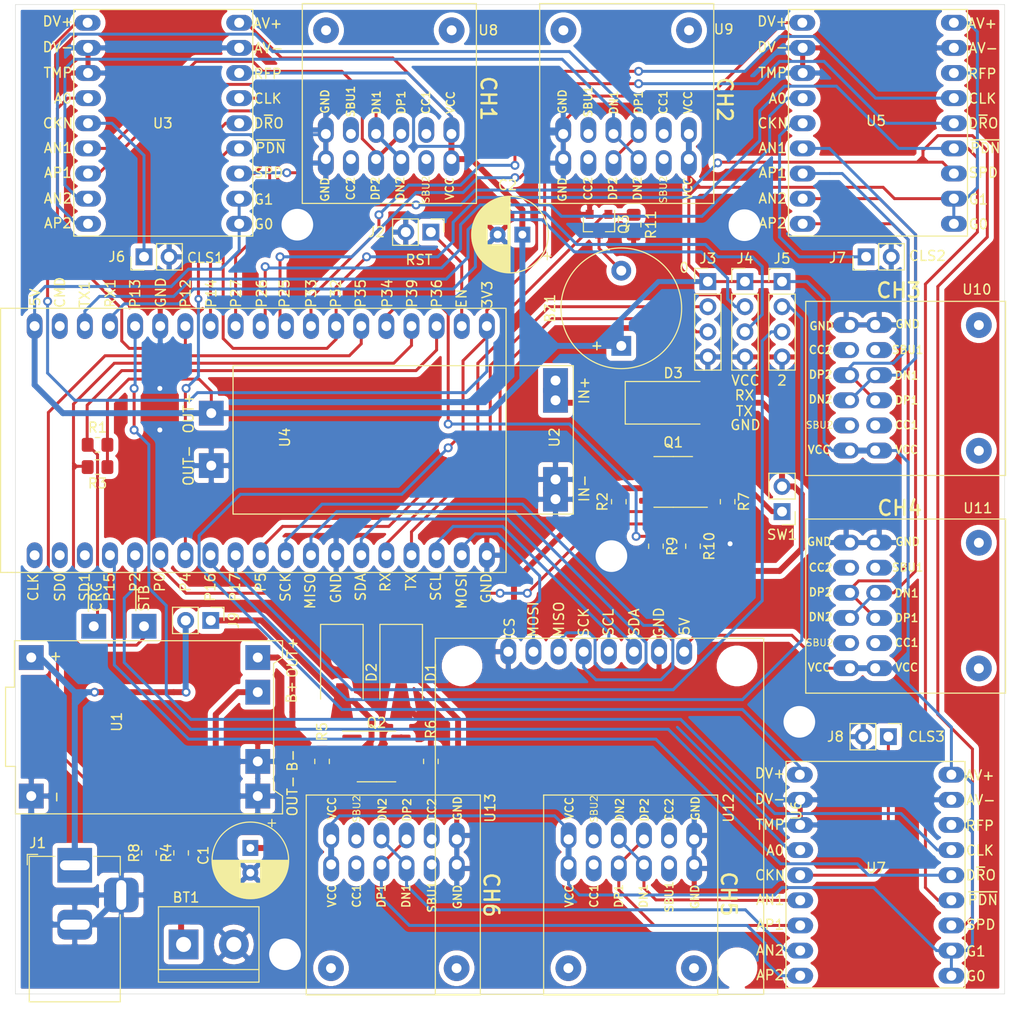
<source format=kicad_pcb>
(kicad_pcb (version 20240108) (generator "pcbnew") (generator_version "8.0")
  (layers (0 "F.Cu" signal) (31 "B.Cu" signal) (34 "B.Paste" user) (35 "F.Paste" user) (36 "B.SilkS" user "B.Silkscreen") (37 "F.SilkS" user "F.Silkscreen") (38 "B.Mask" user) (39 "F.Mask" user) (44 "Edge.Cuts" user))
  (net 0 "")
  (net 1 "VCC_B")
  (net 2 "GND")
  (net 3 "VCC")
  (net 4 "Net-(BZ1-Pad2)")
  (net 5 "VCC_1")
  (net 6 "Net-(D1-Pad2)")
  (net 7 "5V")
  (net 8 "VCC_2")
  (net 9 "Net-(D3-Pad2)")
  (net 10 "EN")
  (net 11 "RXD0")
  (net 12 "TXD0")
  (net 13 "RXD1")
  (net 14 "TXD1")
  (net 15 "TXD2")
  (net 16 "RXD2")
  (net 17 "CLKIN_1")
  (net 18 "CLKIN_2")
  (net 19 "CLKIN_3")
  (net 20 "Net-(Q1-Pad4)")
  (net 21 "VCC_B1")
  (net 22 "VCC_CNTRL")
  (net 23 "BUZZ")
  (net 24 "~{CHRG}")
  (net 25 "~{STDBY}")
  (net 26 "VCC_B_SENSE")
  (net 27 "VCC_SENSE")
  (net 28 "SPEED")
  (net 29 "~{PWDN}")
  (net 30 "DATA_1")
  (net 31 "SCLK_1")
  (net 32 "3V3")
  (net 33 "A0_1")
  (net 34 "AINN1_1")
  (net 35 "AINP1_1")
  (net 36 "AINN2_1")
  (net 37 "AINP2_1")
  (net 38 "SCLK_2")
  (net 39 "DATA_2")
  (net 40 "A0_2")
  (net 41 "SCLK_3")
  (net 42 "Net-(U4-Pad18)")
  (net 43 "Net-(U4-Pad20)")
  (net 44 "Net-(U4-Pad21)")
  (net 45 "Net-(U4-Pad22)")
  (net 46 "DATA_3")
  (net 47 "A0_3")
  (net 48 "SCK")
  (net 49 "MISO")
  (net 50 "SDA")
  (net 51 "SCL")
  (net 52 "MOSI")
  (net 53 "AINN1_2")
  (net 54 "AINP1_2")
  (net 55 "AINN2_2")
  (net 56 "AINP2_2")
  (net 57 "AINP2_3")
  (net 58 "AINN2_3")
  (net 59 "AINP1_3")
  (net 60 "AINN1_3")
  (net 61 "Net-(U8-Pad2)")
  (net 62 "Net-(U8-Pad5)")
  (net 63 "Net-(U8-Pad8)")
  (net 64 "Net-(U8-Pad11)")
  (net 65 "Net-(U9-Pad11)")
  (net 66 "Net-(U9-Pad8)")
  (net 67 "Net-(U9-Pad5)")
  (net 68 "Net-(U9-Pad2)")
  (net 69 "Net-(U10-Pad2)")
  (net 70 "Net-(U10-Pad5)")
  (net 71 "Net-(U10-Pad8)")
  (net 72 "Net-(U10-Pad11)")
  (net 73 "Net-(U11-Pad11)")
  (net 74 "Net-(U11-Pad8)")
  (net 75 "Net-(U11-Pad5)")
  (net 76 "Net-(U11-Pad2)")
  (net 77 "Net-(U12-Pad2)")
  (net 78 "Net-(U12-Pad5)")
  (net 79 "Net-(U12-Pad8)")
  (net 80 "Net-(U12-Pad11)")
  (net 81 "Net-(U13-Pad11)")
  (net 82 "Net-(U13-Pad8)")
  (net 83 "Net-(U13-Pad5)")
  (net 84 "Net-(U13-Pad2)")
  (net 85 "Net-(J1-Pad1)")
  (footprint "TerminalBlock:TerminalBlock_bornier-2_P5.08mm" (layer "F.Cu") (at 117 145)
    (property "Reference" "BT1")
    (property "Value" "18650 Li-ion")
  )
  (footprint "Buzzer_Beeper:Buzzer_12x9.5RM7.6" (layer "F.Cu") (at 161.25 84.5 90)
    (property "Reference" "BZ1")
    (property "Value" "Buzzer")
  )
  (footprint "Capacitor_THT:CP_Radial_D7.5mm_P2.50mm" (layer "F.Cu") (at 151.25 73.25 180)
    (property "Reference" "C2")
    (property "Value" "100U")
  )
  (footprint "Diode_SMD:D_SMA-SMB_Universal_Handsoldering" (layer "F.Cu") (at 133 117.5 -90)
    (property "Reference" "D2")
    (property "Value" "D_Schottky")
  )
  (footprint "Diode_SMD:D_SMA-SMB_Universal_Handsoldering" (layer "F.Cu") (at 166.5 90.25)
    (property "Reference" "D3")
    (property "Value" "D_Schottky")
  )
  (footprint "Connector_PinHeader_2.54mm:PinHeader_1x02_P2.54mm_Vertical" (layer "F.Cu") (at 142 73 -90)
    (property "Reference" "J2")
    (property "Value" "Conn_01x02")
  )
  (footprint "Connector_PinHeader_2.54mm:PinHeader_1x04_P2.54mm_Vertical" (layer "F.Cu") (at 173.75 78)
    (property "Reference" "J4")
    (property "Value" "Conn_01x04")
  )
  (footprint "Connector_PinHeader_2.54mm:PinHeader_1x04_P2.54mm_Vertical" (layer "F.Cu") (at 177.5 78)
    (property "Reference" "J5")
    (property "Value" "Conn_01x04")
  )
  (footprint "Connector_PinHeader_2.54mm:PinHeader_1x02_P2.54mm_Vertical" (layer "F.Cu") (at 113 75.5 90)
    (property "Reference" "J6")
    (property "Value" "Conn_01x02")
  )
  (footprint "Connector_PinHeader_2.54mm:PinHeader_1x02_P2.54mm_Vertical" (layer "F.Cu") (at 188.25 124 -90)
    (property "Reference" "J8")
    (property "Value" "Conn_01x02")
  )
  (footprint "Resistor_SMD:R_0805_2012Metric_Pad1.20x1.40mm_HandSolder" (layer "F.Cu") (at 108.3 94.5 180)
    (property "Reference" "R1")
    (property "Value" "10k")
  )
  (footprint "Resistor_SMD:R_0805_2012Metric_Pad1.20x1.40mm_HandSolder" (layer "F.Cu") (at 108.3 96.75 180)
    (property "Reference" "R3")
    (property "Value" "10k")
  )
  (footprint "Resistor_SMD:R_0805_2012Metric_Pad1.20x1.40mm_HandSolder" (layer "F.Cu") (at 116.75 135.75 90)
    (property "Reference" "R4")
    (property "Value" "27k")
  )
  (footprint "Resistor_SMD:R_0805_2012Metric_Pad1.20x1.40mm_HandSolder" (layer "F.Cu") (at 131 126.5 90)
    (property "Reference" "R5")
    (property "Value" "1M")
  )
  (footprint "Resistor_SMD:R_0805_2012Metric_Pad1.20x1.40mm_HandSolder" (layer "F.Cu") (at 142 126.5 90)
    (property "Reference" "R6")
    (property "Value" "1M")
  )
  (footprint "Resistor_SMD:R_0805_2012Metric_Pad1.20x1.40mm_HandSolder" (layer "F.Cu") (at 172 100.25 -90)
    (property "Reference" "R7")
    (property "Value" "1M")
  )
  (footprint "Resistor_SMD:R_0805_2012Metric_Pad1.20x1.40mm_HandSolder" (layer "F.Cu") (at 113.5 135.75 -90)
    (property "Reference" "R8")
    (property "Value" "100k")
  )
  (footprint "Resistor_SMD:R_0805_2012Metric_Pad1.20x1.40mm_HandSolder" (layer "F.Cu") (at 162.5 72.25 90)
    (property "Reference" "R11")
    (property "Value" "1M")
  )
  (footprint "Connector_PinHeader_2.54mm:PinHeader_1x02_P2.54mm_Vertical" (layer "F.Cu") (at 177.5 101.25 180)
    (property "Reference" "SW1")
    (property "Value" "SW_Push")
  )
  (footprint "DIY-Board:Step up 5V" (layer "F.Cu") (at 138 94 90)
    (property "Reference" "U2")
    (property "Value" "StepUpTo5V")
  )
  (footprint "DIY-Board:wcmcu-ads1232" (layer "F.Cu") (at 115 62 180)
    (property "Reference" "U3")
    (property "Value" "WCMCU-ADS1232")
  )
  (footprint "DIY-Board:Datalogging board" (layer "F.Cu") (at 158.75 131.75 -90)
    (property "Reference" "U6")
    (property "Value" "DataLoggingBoard")
  )
  (footprint "DIY-Board:Type C Converter" (layer "F.Cu") (at 192 112 180)
    (property "Reference" "U11")
    (property "Value" "USB_Type_C")
  )
  (footprint "DIY-Board:Type C Converter" (layer "F.Cu") (at 192 90 180)
    (property "Reference" "U10")
    (property "Value" "USB_Type_C")
  )
  (footprint "DIY-Board:Type C Converter" (layer "F.Cu") (at 137 142 90)
    (property "Reference" "U13")
    (property "Value" "USB_Type_C")
  )
  (footprint "DIY-Board:wcmcu-ads1232" (layer "F.Cu") (at 187.25 62 180)
    (property "Reference" "U5")
    (property "Value" "WCMCU-ADS1232")
  )
  (footprint "DIY-Board:wcmcu-ads1232" (layer "F.Cu") (at 187 138 180)
    (property "Reference" "U7")
    (property "Value" "WCMCU-ADS1232")
  )
  (footprint "Connector_PinHeader_2.54mm:PinHeader_1x04_P2.54mm_Vertical" (layer "F.Cu") (at 170 78)
    (property "Reference" "J3")
    (property "Value" "Conn_01x04")
  )
  (footprint "Capacitor_THT:CP_Radial_D7.5mm_P2.50mm" (layer "F.Cu") (at 123.75 135.25 -90)
    (property "Reference" "C1")
    (property "Value" "220u")
  )
  (footprint "Resistor_SMD:R_0805_2012Metric_Pad1.20x1.40mm_HandSolder" (layer "F.Cu") (at 161 100.25 90)
    (property "Reference" "R2")
    (property "Value" "10k")
  )
  (footprint "Diode_SMD:D_SMA-SMB_Universal_Handsoldering" (layer "F.Cu") (at 139 117.5 -90)
    (property "Reference" "D1")
    (property "Value" "D_Schottky")
  )
  (footprint "Package_SO:SOIC-8_3.9x4.9mm_P1.27mm" (layer "F.Cu") (at 166.5 98.25 180)
    (property "Reference" "Q1")
    (property "Value" "Si4542DY")
  )
  (footprint "Resistor_SMD:R_0805_2012Metric_Pad1.20x1.40mm_HandSolder" (layer "F.Cu") (at 164.75 104.75 -90)
    (property "Reference" "R9")
    (property "Value" "1k")
  )
  (footprint "Package_SO:SOIC-8_3.9x4.9mm_P1.27mm" (layer "F.Cu") (at 136.5 126)
    (property "Reference" "Q2")
    (property "Value" "Si4542DY")
  )
  (footprint "Resistor_SMD:R_0805_2012Metric_Pad1.20x1.40mm_HandSolder" (layer "F.Cu") (at 168.5 104.75 -90)
    (property "Reference" "R10")
    (property "Value" "1M")
  )
  (footprint "Connector_BarrelJack:BarrelJack_Horizontal" (layer "F.Cu") (at 106 137 90)
    (property "Reference" "J1")
    (property "Value" "Barrel_Jack_Switch")
  )
  (footprint "Connector_PinHeader_2.54mm:PinHeader_1x02_P2.54mm_Vertical" (layer "F.Cu") (at 186 75.5 90)
    (property "Reference" "J7")
    (property "Value" "Conn_01x02")
  )
  (footprint "Connector_PinHeader_2.54mm:PinHeader_1x02_P2.54mm_Vertical" (layer "F.Cu") (at 119.75 112.25 -90)
    (property "Reference" "J9")
    (property "Value" "Conn_01x02")
  )
  (footprint "DIY-Board:esp wroom 32 board" (layer "F.Cu") (at 125 94 -90)
    (property "Reference" "U4")
    (property "Value" "ESPWROOM32")
  )
  (footprint "DIY-Board:Li-ion ic charger" (layer "F.Cu") (at 113 123 90)
    (property "Reference" "U1")
    (property "Value" "TP-4056")
  )
  (footprint "DIY-Board:Type C Converter" (layer "F.Cu") (at 139 58 -90)
    (property "Reference" "U8")
    (property "Value" "USB_Type_C")
  )
  (footprint "DIY-Board:Type C Converter" (layer "F.Cu") (at 163 58 -90)
    (property "Reference" "U9")
    (property "Value" "USB_Type_C")
  )
  (footprint "DIY-Board:Type C Converter" (layer "F.Cu") (at 161 142 90)
    (property "Reference" "U12")
    (property "Value" "USB_Type_C")
  )
  (footprint "Package_TO_SOT_SMD:SOT-23" (layer "F.Cu") (at 159 72.2 -90)
    (property "Reference" "Q3")
    (property "Value" "BSS138")
  )
  (gr_line (start 100 150) (end 200 150) (stroke (width 0.05)) (layer "Edge.Cuts"))
  (gr_line (start 100 50) (end 100 150) (stroke (width 0.05)) (layer "Edge.Cuts"))
  (gr_line (start 200 150) (end 200 50) (stroke (width 0.05)) (layer "Edge.Cuts"))
  (gr_line (start 200 50) (end 100 50) (stroke (width 0.05)) (layer "Edge.Cuts"))
  (gr_text "CH5" (at 172.1 139.9 -90) (layer "F.SilkS") (effects (font (size 1.5 1.5) (thickness 0.25))))
  (gr_text "CH4" (at 189.4 100.9 0) (layer "F.SilkS") (effects (font (size 1.5 1.5) (thickness 0.25))))
  (gr_text "CH3" (at 189.3 78.9 0) (layer "F.SilkS") (effects (font (size 1.5 1.5) (thickness 0.25))))
  (gr_text "TX" (at 173.7 91.1 0) (layer "F.SilkS") (effects (font (size 1 1))))
  (gr_text "CH6" (at 148.1 140 -90) (layer "F.SilkS") (effects (font (size 1.5 1.5) (thickness 0.25))))
  (gr_text "RX" (at 173.7 89.5 0) (layer "F.SilkS") (effects (font (size 1 1))))
  (gr_text "CH2" (at 171.7 59.6 270) (layer "F.SilkS") (effects (font (size 1.5 1.5) (thickness 0.25))))
  (gr_text "VCC" (at 173.8 88 0) (layer "F.SilkS") (effects (font (size 1 1))))
  (gr_text "2" (at 177.5 88 0) (layer "F.SilkS") (effects (font (size 1 1))))
  (gr_text "CLS3" (at 192.1 124 0) (layer "F.SilkS") (effects (font (size 1 1))))
  (gr_text "RST" (at 140.8 75.8 0) (layer "F.SilkS") (effects (font (size 1 1))))
  (gr_text "CH1" (at 147.8 59.5 270) (layer "F.SilkS") (effects (font (size 1.5 1.5) (thickness 0.25))))
  (gr_text "GND" (at 173.8 92.5 0) (layer "F.SilkS") (effects (font (size 1 1))))
  (gr_text "CLS1" (at 119.2 75.6 0) (layer "F.SilkS") (effects (font (size 1 1))))
  (gr_text "CLS2" (at 192.2 75.4 0) (layer "F.SilkS") (effects (font (size 1 1))))
  (gr_text "0" (at 167.6 76.6 0) (layer "F.SilkS") (effects (font (size 1 1))))
  (segment (start 139 124.07) (end 138.975 124.095) (width 0.6) (layer "F.Cu") (net 0))
  (segment (start 124.5 119.5) (end 122.5 119.5) (width 0.6) (layer "F.Cu") (net 1))
  (segment (start 116.75 136.75) (end 116.75 144.75) (width 0.6) (layer "F.Cu") (net 1))
  (segment (start 120.25 135) (end 118.5 136.75) (width 0.6) (layer "F.Cu") (net 1))
  (segment (start 122.5 119.5) (end 120.25 121.75) (width 0.6) (layer "F.Cu") (net 1))
  (segment (start 120.25 121.75) (end 120.25 135) (width 0.6) (layer "F.Cu") (net 1))
  (segment (start 116.75 144.75) (end 117 145) (width 0.6) (layer "F.Cu") (net 1))
  (segment (start 118.5 136.75) (end 116.75 136.75) (width 0.6) (layer "F.Cu") (net 1))
  (segment (start 117 137) (end 116.75 136.75) (width 0.6) (layer "F.Cu") (net 1))
  (segment (start 168.589999 79.339999) (end 164.25 75) (width 0.3) (layer "F.Cu") (net 2))
  (segment (start 157 60.25) (end 155.38 61.87) (width 0.3) (layer "F.Cu") (net 2))
  (segment (start 164.25 75) (end 164.25 73.25) (width 0.3) (layer "F.Cu") (net 2))
  (segment (start 164.25 73.25) (end 164.25 72.75) (width 0.3) (layer "F.Cu") (net 2))
  (segment (start 155.38 61.87) (end 155.38 63.08) (width 0.3) (layer "F.Cu") (net 2))
  (segment (start 163.5 70) (end 164.25 70.75) (width 0.3) (layer "F.Cu") (net 2))
  (segment (start 171.13 85.62) (end 171.75 85) (width 0.3) (layer "F.Cu") (net 2))
  (segment (start 174.25 60.25) (end 157 60.25) (width 0.3) (layer "F.Cu") (net 2))
  (segment (start 171.75 80.25) (end 170.839999 79.339999) (width 0.3) (layer "F.Cu") (net 2))
  (segment (start 170.839999 79.339999) (end 168.589999 79.339999) (width 0.3) (layer "F.Cu") (net 2))
  (segment (start 164.25 70.75) (end 164.25 72.75) (width 0.3) (layer "F.Cu") (net 2))
  (segment (start 163.75 73.25) (end 164.25 73.25) (width 0.3) (layer "F.Cu") (net 2))
  (segment (start 158.5 70) (end 163.5 70) (width 0.3) (layer "F.Cu") (net 2))
  (segment (start 158.05 71.25) (end 158.05 70.45) (width 0.3) (layer "F.Cu") (net 2))
  (segment (start 171.75 85) (end 171.75 80.25) (width 0.3) (layer "F.Cu") (net 2))
  (segment (start 163.75 73.25) (end 162.5 73.25) (width 0.3) (layer "F.Cu") (net 2))
  (segment (start 179.59 56.92) (end 177.58 56.92) (width 0.3) (layer "F.Cu") (net 2))
  (segment (start 114.6 93) (end 114.6 88.8) (width 0.3) (layer "F.Cu") (net 2))
  (segment (start 170 85.62) (end 171.13 85.62) (width 0.3) (layer "F.Cu") (net 2))
  (segment (start 158.05 70.45) (end 158.5 70) (width 0.3) (layer "F.Cu") (net 2))
  (segment (start 177.58 56.92) (end 174.25 60.25) (width 0.3) (layer "F.Cu") (net 2))
  (via (at 173.7 72.3) (size 3.5) (drill 3.2) (layers "F.Cu" "B.Cu") (net 2))
  (via (at 172.25 104.5) (size 0.9) (drill 0.5) (layers "F.Cu" "B.Cu") (net 2))
  (via (at 179.25 122.5) (size 3.5) (drill 3.2) (layers "F.Cu" "B.Cu") (net 2))
  (via (at 160.25 105.75) (size 3.5) (drill 3.2) (layers "F.Cu" "B.Cu") (net 2))
  (via (at 128.5 72.25) (size 3.5) (drill 3.2) (layers "F.Cu" "B.Cu") (net 2))
  (via (at 114.6 93) (size 0.9) (drill 0.5) (layers "F.Cu" "B.Cu") (net 2))
  (via (at 114.6 88.8) (size 0.9) (drill 0.5) (layers "F.Cu" "B.Cu") (net 2))
  (via (at 127.25 146) (size 3.5) (drill 3.2) (layers "F.Cu" "B.Cu") (net 2))
  (segment (start 103.75 143) (end 106 143) (width 0.6) (layer "B.Cu") (net 2))
  (segment (start 131.38 63.08) (end 131.17 63.08) (width 0.3) (layer "B.Cu") (net 2))
  (segment (start 131.09999 63.15001) (end 115.65001 63.15001) (width 0.3) (layer "B.Cu") (net 2))
  (segment (start 131.17 63.08) (end 131.09999 63.15001) (width 0.3) (layer "B.Cu") (net 2))
  (segment (start 140.25 61.25) (end 139.5 60.5) (width 0.3) (layer "B.Cu") (net 2))
  (segment (start 103.75 143) (end 101.6 140.85) (width 0.6) (layer "B.Cu") (net 2))
  (segment (start 140.58001 64.33001) (end 140.25 64) (width 0.3) (layer "B.Cu") (net 2))
  (segment (start 146.42 63.08) (end 145.16999 64.33001) (width 0.3) (layer "B.Cu") (net 2))
  (segment (start 109.42 56.92) (end 107.34 56.92) (width 0.3) (layer "B.Cu") (net 2))
  (segment (start 101.6 140.85) (end 101.6 130) (width 0.6) (layer "B.Cu") (net 2))
  (segment (start 115.65001 63.15001) (end 109.42 56.92) (width 0.3) (layer "B.Cu") (net 2))
  (segment (start 114.6 82.54) (end 114.64 82.5) (width 0.3) (layer "B.Cu") (net 2))
  (segment (start 114.6 88.8) (end 114.6 82.54) (width 0.3) (layer "B.Cu") (net 2))
  (segment (start 155.38 63.08) (end 146.42 63.08) (width 0.3) (layer "B.Cu") (net 2))
  (segment (start 131.38 61.37) (end 131.38 63.08) (width 0.3) (layer "B.Cu") (net 2))
  (segment (start 119.8 96.6) (end 118.2 96.6) (width 0.3) (layer "B.Cu") (net 2))
  (segment (start 140.25 64) (end 140.25 61.25) (width 0.3) (layer "B.Cu") (net 2))
  (segment (start 107.7 143) (end 110.7 140) (width 0.6) (layer "B.Cu") (net 2))
  (segment (start 132.25 60.5) (end 131.38 61.37) (width 0.3) (layer "B.Cu") (net 2))
  (segment (start 106 143) (end 107.7 143) (width 0.6) (layer "B.Cu") (net 2))
  (segment (start 118.2 96.6) (end 114.6 93) (width 0.3) (layer "B.Cu") (net 2))
  (segment (start 145.16999 64.33001) (end 140.58001 64.33001) (width 0.3) (layer "B.Cu") (net 2))
  (segment (start 139.5 60.5) (end 132.25 60.5) (width 0.3) (layer "B.Cu") (net 2))
  (segment (start 168.4 67.9) (end 168.2 68.1) (width 0.3) (layer "F.Cu") (net 3))
  (segment (start 146.12 65.62) (end 151.25 70.75) (width 0.6) (layer "F.Cu") (net 3))
  (segment (start 176.78001 68.46999) (end 176.57001 68.46999) (width 0.3) (layer "F.Cu") (net 3))
  (segment (start 168.75 113.75) (end 178.5 113.75) (width 0.3) (layer "F.Cu") (net 3))
  (segment (start 167.61 114.89) (end 168.75 113.75) (width 0.3) (layer "F.Cu") (net 3))
  (segment (start 168.08 76.33) (end 168.08 69.28) (width 0.3) (layer "F.Cu") (net 3))
  (segment (start 144.08 65.62) (end 146.12 65.62) (width 0.6) (layer "F.Cu") (net 3))
  (segment (start 169.21999 68.46999) (end 168.89001 68.46999) (width 0.3) (layer "F.Cu") (net 3))
  (segment (start 123.34 51.84) (end 126.9 55.4) (width 0.3) (layer "F.Cu") (net 3))
  (segment (start 151.25 70.75) (end 151.25 73.25) (width 0.6) (layer "F.Cu") (net 3))
  (segment (start 111.457999 87.857999) (end 118.557999 87.857999) (width 0.3) (layer "F.Cu") (net 3))
  (segment (start 122.62 51.84) (end 123.34 51.84) (width 0.3) (layer "F.Cu") (net 3))
  (segment (start 187.71999 68.46999) (end 188.87 69.62) (width 0.3) (layer "F.Cu") (net 3))
  (segment (start 168.8 68.2) (end 168.4 67.8) (width 0.3) (layer "F.Cu") (net 3))
  (segment (start 144.08 63.08) (end 144.08 65.62) (width 0.6) (layer "F.Cu") (net 3))
  (segment (start 168.08 65.62) (end 168.08 67.33) (width 0.3) (layer "F.Cu") (net 3))
  (segment (start 188.87 69.62) (end 194.87 69.62) (width 0.3) (layer "F.Cu") (net 3))
  (segment (start 118.557999 87.857999) (end 119.8 89.1) (width 0.3) (layer "F.Cu") (net 3))
  (segment (start 168.08 65.62) (end 168.08 65.83) (width 0.3) (layer "F.Cu") (net 3))
  (segment (start 138.15 55.4) (end 144.08 61.33) (width 0.3) (layer "F.Cu") (net 3))
  (segment (start 144.08 61.33) (end 144.08 63.08) (width 0.3) (layer "F.Cu") (net 3))
  (segment (start 168.08 69.02) (end 168.08 65.62) (width 0.3) (layer "F.Cu") (net 3))
  (segment (start 109.3 96.75) (end 109.3 94.5) (width 0.3) (layer "F.Cu") (net 3))
  (segment (start 119.8 89.1) (end 119.8 91.3) (width 0.3) (layer "F.Cu") (net 3))
  (segment (start 169.21999 68.46999) (end 170.71999 68.46999) (width 0.3) (layer "F.Cu") (net 3))
  (segment (start 109.3 90.015998) (end 111.457999 87.857999) (width 0.3) (layer "F.Cu") (net 3))
  (segment (start 173.71999 68.46999) (end 176.78001 68.46999) (width 0.3) (layer "F.Cu") (net 3))
  (segment (start 168.4 67.8) (end 168.4 67.9) (width 0.3) (layer "F.Cu") (net 3))
  (segment (start 168.08 69.28) (end 168.08 69.02) (width 0.3) (layer "F.Cu") (net 3))
  (segment (start 168.89001 68.46999) (end 168.08 69.28) (width 0.3) (layer "F.Cu") (net 3))
  (segment (start 168.2 68.1) (end 168.2 68.5) (width 0.3) (layer "F.Cu") (net 3))
  (segment (start 176.78001 68.46999) (end 187.71999 68.46999) (width 0.3) (layer "F.Cu") (net 3))
  (segment (start 170 78) (end 169.75 78) (width 0.3) (layer "F.Cu") (net 3))
  (segment (start 169.75 78) (end 168.08 76.33) (width 0.3) (layer "F.Cu") (net 3))
  (segment (start 178.5 113.75) (end 181.83 117.08) (width 0.3) (layer "F.Cu") (net 3))
  (segment (start 168.2 68.5) (end 168.5 68.2) (width 0.3) (layer "F.Cu") (net 3))
  (segment (start 126.9 55.4) (end 138.15 55.4) (width 0.3) (layer "F.Cu") (net 3))
  (segment (start 173.75 68.5) (end 173.71999 68.46999) (width 0.3) (layer "F.Cu") (net 3))
  (segment (start 170 78) (end 173.75 78) (width 0.3) (layer "F.Cu") (net 3))
  (segment (start 109.3 94.5) (end 109.3 90.015998) (width 0.3) (layer "F.Cu") (net 3))
  (segment (start 167.61 115.41) (end 167.61 114.89) (width 0.3) (layer "F.Cu") (net 3))
  (segment (start 168.08 67.33) (end 169.21999 68.46999) (width 0.3) (layer "F.Cu") (net 3))
  (segment (start 168.08 68.92) (end 168.8 68.2) (width 0.3) (layer "F.Cu") (net 3))
  (segment (start 173.75 78) (end 177.5 78) (width 0.3) (layer "F.Cu") (net 3))
  (segment (start 168.08 69.02) (end 168.08 68.92) (width 0.3) (layer "F.Cu") (net 3))
  (segment (start 170.71999 68.46999) (end 173.71999 68.46999) (width 0.3) (layer "F.Cu") (net 3))
  (segment (start 181.83 117.08) (end 184.38 117.08) (width 0.3) (layer "F.Cu") (net 3))
  (segment (start 159.95 83.55) (end 160 83.6) (width 0.5) (layer "B.Cu") (net 3))
  (segment (start 196.67 132.92) (end 196.75 133) (width 0.3) (layer "B.Cu") (net 3))
  (segment (start 194.62 145.62) (end 196.13 145.62) (width 0.3) (layer "B.Cu") (net 3))
  (segment (start 101.94 82.5) (end 101.94 79.56) (width 0.3) (layer "B.Cu") (net 3))
  (segment (start 160.8 82.6) (end 160.3 83.1) (width 0.5) (layer "B.Cu") (net 3))
  (segment (start 120.75 76.75) (end 122.62 74.88) (width 0.3) (layer "B.Cu") (net 3))
  (segment (start 193.12 145.62) (end 194.62 145.62) (width 0.3) (layer "B.Cu") (net 3))
  (segment (start 101.94 88.44) (end 104.8 91.3) (width 0.6) (layer "B.Cu") (net 3))
  (segment (start 160 83.6) (end 160 84) (width 0.5) (layer "B.Cu") (net 3))
  (segment (start 153.5 84.3) (end 152 82.8) (width 0.6) (layer "B.Cu") (net 3))
  (segment (start 161.25 82.25) (end 161.15 82.25) (width 0.5) (layer "B.Cu") (net 3))
  (segment (start 152 82.8) (end 152 85.2) (width 0.6) (layer "B.Cu") (net 3))
  (segment (start 160.8 84.05) (end 161.25 84.5) (width 0.5) (layer "B.Cu") (net 3))
  (segment (start 168.08 65.62) (end 168.08 63.08) (width 0.6) (layer "B.Cu") (net 3))
  (segment (start 194.87 51.84) (end 196.34 51.84) (width 0.3) (layer "B.Cu") (net 3))
  (segment (start 196.08 132.98) (end 196.75 133.65) (width 0.3) (layer "B.Cu") (net 3))
  (segment (start 196.75 132.45) (end 196.28 132.92) (width 0.3) (layer "B.Cu") (net 3))
  (segment (start 131.92 134.38) (end 131.92 136.92) (width 0.6) (layer "B.Cu") (net 3))
  (segment (start 159.95 83.45) (end 159.95 83.55) (width 0.5) (layer "B.Cu") (net 3))
  (segment (start 101.94 79.56) (end 103 78.5) (width 0.3) (layer "B.Cu") (net 3))
  (segment (start 196.72 56.92) (end 196.72 57.02) (width 0.3) (layer "B.Cu") (net 3))
  (segment (start 154.699998 84.499998) (end 151.25 81.05) (width 0.6) (layer "B.Cu") (net 3))
  (segment (start 194.62 127.84) (end 194.62 123.03) (width 0.3) (layer "B.Cu") (net 3))
  (segment (start 160.8 82.6) (end 160.8 84.05) (width 0.5) (layer "B.Cu") (net 3))
  (segment (start 160.3 83.1) (end 159.95 83.45) (width 0.5) (layer "B.Cu") (net 3))
  (segment (start 194.62 148.16) (end 194.62 145.62) (width 0.3) (layer "B.Cu") (net 3))
  (segment (start 197.25 57) (end 197.25 56.25) (width 0.3) (layer "B.Cu") (net 3))
  (segment (start 122.62 74.88) (end 122.62 72.16) (width 0.3) (layer "B.Cu") (net 3))
  (segment (start 197.25 57.55) (end 197.25 57.15) (width 0.3) (layer "B.Cu") (net 3))
  (segment (start 159.95 83.45) (end 159.4 84) (width 0.5) (layer "B.Cu") (net 3))
  (segment (start 160 84) (end 160.75 84) (width 0.5) (layer "B.Cu") (net 3))
  (segment (start 160.3 83.55) (end 161.25 84.5) (width 0.5) (layer "B.Cu") (net 3))
  (segment (start 161.15 82.25) (end 160.8 82.6) (width 0.5) (layer "B.Cu") (net 3))
  (segment (start 154.5 132) (end 155.92 133.42) (width 0.3) (layer "B.Cu") (net 3))
  (segment (start 196.13 69.62) (end 197.25 68.5) (width 0.3) (layer "B.Cu") (net 3))
  (segment (start 122.62 56.92) (end 139.67 56.92) (width 0.3) (layer "B.Cu") (net 3))
  (segment (start 196.75 128.75) (end 195.84 127.84) (width 0.3) (layer "B.Cu") (net 3))
  (segment (start 101.94 82.5) (end 101.94 88.44) (width 0.6) (layer "B.Cu") (net 3))
  (segment (start 151.25 87.25) (end 154.1 84.4) (width 0.6) (layer "B.Cu") (net 3))
  (segment (start 155.92 136.92) (end 155.92 138.92) (width 0.3) (layer "B.Cu") (net 3))
  (segment (start 131.92 132.83) (end 132.75 132) (width 0.3) (layer "B.Cu") (net 3))
  (segment (start 104.8 91.3) (end 119.8 91.3) (width 0.6) (layer "B.Cu") (net 3))
  (segment (start 190.25 115.85) (end 190.25 118.55) (width 0.3) (layer "B.Cu") (net 3))
  (segment (start 197.17 56.92) (end 197.25 57) (width 0.3) (layer "B.Cu") (net 3))
  (segment (start 196.72 57.02) (end 197.25 57.55) (width 0.3) (layer "B.Cu") (net 3))
  (segment (start 186.75 139.25) (end 193.12 145.62) (width 0.3) (layer "B.Cu") (net 3))
  (segment (start 197.25 56.25) (end 197.25 56.39) (width 0.3) (layer "B.Cu") (net 3))
  (segment (start 190.1 116.3) (end 189.3 117.1) (width 0.3) (layer "B.Cu") (net 3))
  (segment (start 194.62 123.03) (end 190.195 118.605) (width 0.3) (layer "B.Cu") (net 3))
  (segment (start 196.28 132.92) (end 196.67 132.92) (width 0.3) (layer "B.Cu") (net 3))
  (segment (start 196.72 56.92) (end 196.92 56.92) (width 0.3) (layer "B.Cu") (net 3))
  (segment (start 159.4 84) (end 159 84.4) (width 0.5) (layer "B.Cu") (net 3))
  (segment (start 189.9 116.8) (end 189.6 117.1) (width 0.3) (layer "B.Cu") (net 3))
  (segment (start 186.92 95.08) (end 189.08 95.08) (width 0.3) (layer "B.Cu") (net 3))
  (segment (start 155.92 134.38) (end 155.92 136.92) (width 0.6) (layer "B.Cu") (net 3))
  (segment (start 190.25 118.55) (end 190.195 118.605) (width 0.3) (layer "B.Cu") (net 3))
  (segment (start 151.25 87.45) (end 151.25 87.949998) (width 0.6) (layer "B.Cu") (net 3))
  (segment (start 196.08 132.92) (end 196.28 132.92) (width 0.3) (layer "B.Cu") (net 3))
  (segment (start 196.08 132.92) (end 196.08 132.98) (width 0.3) (layer "B.Cu") (net 3))
  (segment (start 188.67 117.08) (end 186.92 117.08) (width 0.3) (layer "B.Cu") (net 3))
  (segment (start 196.75 132.25) (end 196.75 128.75) (width 0.3) (layer "B.Cu") (net 3))
  (segment (start 144.08 61.33) (end 144.08 63.08) (width 0.3) (layer "B.Cu") (net 3))
  (segment (start 182.58 95.08) (end 181.75 94.25) (width 0.3) (layer "B.Cu") (net 3))
  (segment (start 180 78) (end 177.5 78) (width 0.3) (layer "B.Cu") (net 3))
  (segment (start 131.92 134.38) (end 131.92 132.83) (width 0.3) (layer "B.Cu") (net 3))
  (segment (start 161.25 84.5) (end 159 84.5) (width 0.6) (layer "B.Cu") (net 3))
  (segment (start 197.25 52.75) (end 197.25 56.05) (width 0.3) (layer "B.Cu") (net 3))
  (segment (start 196.13 145.62) (end 196.75 145) (width 0.3) (layer "B.Cu") (net 3))
  (segment (start 197.25 56.05) (end 197.25 56.25) (width 0.3) (layer "B.Cu") (net 3))
  (segment (start 160.3 83.1) (end 160.3 83.55) (width 0.5) (layer "B.Cu") (net 3))
  (segment (start 189.08 95.08) (end 190.25 96.25) (width 0.3) (layer "B.Cu") (net 3))
  (segment (start 189.3 117.1) (end 189.9 117.7) (width 0.3) (layer "B.Cu") (net 3))
  (segment (start 161.25 84.5) (end 161.25 82.25) (width 0.5) (layer "B.Cu") (net 3))
  (segment (start 184.38 95.08) (end 182.58 95.08) (width 0.3) (layer "B.Cu") (net 3))
  (segment (start 151.25 87.45) (end 151.25 87.25) (width 0.6) (layer "B.Cu") (net 3))
  (segment (start 159 84.4) (end 159 84.5) (width 0.5) (layer "B.Cu") (net 3))
  (segment (start 190.25 115.85) (end 189 117.1) (width 0.3) (layer "B.Cu") (net 3))
  (segment (start 195.84 127.84) (end 194.62 127.84) (width 0.3) (layer "B.Cu") (net 3))
  (segment (start 161.25 81.75) (end 165 78) (width 0.5) (layer "B.Cu") (net 3))
  (segment (start 165 78) (end 170 78) (width 0.5) (layer "B.Cu") (net 3))
  (segment (start 151.25 87.949998) (end 149.599999 89.599999) (width 0.6) (layer "B.Cu") (net 3))
  (segment (start 152.9 84.2) (end 152.4 84.2) (width 0.6) (layer "B.Cu") (net 3))
  (segment (start 194.87 56.92) (end 196.72 56.92) (width 0.3) (layer "B.Cu") (net 3))
  (segment (start 197.25 56.39) (end 196.72 56.92) (width 0.3) (layer "B.Cu") (net 3))
  (segment (start 152 85.2) (end 152 85.1) (width 0.6) (layer "B.Cu") (net 3))
  (segment (start 155.92 138.92) (end 157 140) (width 0.3) (layer "B.Cu") (net 3))
  (segment (start 196.92 56.92) (end 197.17 56.92) (width 0.3) (layer "B.Cu") (net 3))
  (segment (start 189.6 117.1) (end 189.7 117.2) (width 0.3) (layer "B.Cu") (net 3))
  (segment (start 190.25 115.5) (end 188.67 117.08) (width 0.3) (layer "B.Cu") (net 3))
  (segment (start 158.5 84.5) (end 161.25 81.75) (width 0.5) (layer "B.Cu") (net 3))
  (segment (start 190.25 115.5) (end 190.25 115.85) (width 0.3) (layer "B.Cu") (net 3))
  (segment (start 158.3 84.5) (end 154.699998 84.5) (width 0.6) (layer "B.Cu") (net 3))
  (segment (start 151.6 86.3) (end 151.6 86.2) (width 0.6) (layer "B.Cu") (net 3))
  (segment (start 154.1 84.4) (end 151.6 81.9) (width 0.6) (layer "B.Cu") (net 3))
  (segment (start 177.5 139.25) (end 186.75 139.25) (width 0.3) (layer "B.Cu") (net 3))
  (segment (start 186.92 117.08) (end 184.38 117.08) (width 0.6) (layer "B.Cu") (net 3))
  (segment (start 190.25 96.25) (end 190.25 115.5) (width 0.3) (layer "B.Cu") (net 3))
  (segment (start 117.5 76.75) (end 120.75 76.75) (width 0.3) (layer "B.Cu") (net 3))
  (segment (start 139.67 56.92) (end 144.08 61.33) (width 0.3) (layer "B.Cu") (net 3))
  (segment (start 197.25 57.15) (end 197.25 57) (width 0.3) (layer "B.Cu") (net 3))
  (segment (start 152.4 84.2) (end 152.4 83.7) (width 0.6) (layer "B.Cu") (net 3))
  (segment (start 197.25 68.5) (end 197.25 57.55) (width 0.3) (layer "B.Cu") (net 3))
  (segment (start 181.75 94.25) (end 181.75 79.75) (width 0.3) (layer "B.Cu") (net 3))
  (segment (start 194.87 69.62) (end 194.87 72.16) (width 0.3) (layer "B.Cu") (net 3))
  (segment (start 190.195 118.605) (end 188.67 117.08) (width 0.3) (layer "B.Cu") (net 3))
  (segment (start 197.25 56.05) (end 197.25 56.59) (width 0.3) (layer "B.Cu") (net 3))
  (segment (start 122.62 69.62) (end 122.62 72.16) (width 0.3) (layer "B.Cu") (net 3))
  (segment (start 157 140) (end 176.75 140) (width 0.3) (layer "B.Cu") (net 3))
  (segment (start 190.1 118.2) (end 190.1 116.3) (width 0.3) (layer "B.Cu") (net 3))
  (segment (start 197.25 56.59) (end 196.92 56.92) (width 0.3) (layer "B.Cu") (net 3))
  (segment (start 196.92 56.92) (end 197.02 56.92) (width 0.3) (layer "B.Cu") (net 3))
  (segment (start 196.75 133) (end 196.75 132.25) (width 0.3) (layer "B.Cu") (net 3))
  (segment (start 196.75 145) (end 196.75 133.65) (width 0.3) (layer "B.Cu") (net 3))
  (segment (start 147.9 91.3) (end 119.8 91.3) (width 0.6) (layer "B.Cu") (net 3))
  (segment (start 151.25 81.05) (end 151.25 87.45) (width 0.6) (layer "B.Cu") (net 3))
  (segment (start 154.699998 84.5) (end 154.699998 84.499998) (width 0.6) (layer "B.Cu") (net 3))
  (segment (start 103 78.5) (end 115.75 78.5) (width 0.3) (layer "B.Cu") (net 3))
  (segment (start 189 117.1) (end 190.1 118.2) (width 0.3) (layer "B.Cu") (net 3))
  (segment (start 184.38 95.08) (end 186.92 95.08) (width 0.6) (layer "B.Cu") (net 3))
  (segment (start 196.34 51.84) (end 197.25 52.75) (width 0.3) (layer "B.Cu") (net 3))
  (segment (start 196.75 132.25) (end 196.08 132.92) (width 0.3) (layer "B.Cu") (net 3))
  (segment (start 155.92 133.42) (end 155.92 134.38) (width 0.3) (layer "B.Cu") (net 3))
  (segment (start 151.6 81.9) (end 151.6 86.3) (width 0.6) (layer "B.Cu") (net 3))
  (segment (start 196.75 133.65) (end 196.75 133.35) (width 0.3) (layer "B.Cu") (net 3))
  (segment (start 158.3 84.5) (end 158.5 84.5) (width 0.5) (layer "B.Cu") (net 3))
  (segment (start 176.75 140) (end 177.5 139.25) (width 0.3) (layer "B.Cu") (net 3))
  (segment (start 161.25 82.25) (end 161.25 81.75) (width 0.5) (layer "B.Cu") (net 3))
  (segment (start 159.4 84) (end 160 84) (width 0.5) (layer "B.Cu") (net 3))
  (segment (start 159 84.5) (end 158.3 84.5) (width 0.6) (layer "B.Cu") (net 3))
  (segment (start 196.75 133.35) (end 196.75 133) (width 0.3) (layer "B.Cu") (net 3))
  (segment (start 194.87 69.62) (end 196.13 69.62) (width 0.3) (layer "B.Cu") (net 3))
  (segment (start 160.75 84) (end 161.25 84.5) (width 0.5) (layer "B.Cu") (net 3))
  (segment (start 152 85.1) (end 152.9 84.2) (width 0.6) (layer "B.Cu") (net 3))
  (segment (start 115.75 78.5) (end 117.5 76.75) (width 0.3) (layer "B.Cu") (net 3))
  (segment (start 196.75 132.25) (end 196.75 132.45) (width 0.3) (layer "B.Cu") (net 3))
  (segment (start 149.599999 89.599999) (end 147.9 91.3) (width 0.6) (layer "B.Cu") (net 3))
  (segment (start 197.02 56.92) (end 197.25 57.15) (width 0.3) (layer "B.Cu") (net 3))
  (segment (start 181.75 79.75) (end 180 78) (width 0.3) (layer "B.Cu") (net 3))
  (segment (start 151.6 86.2) (end 153.5 84.3) (width 0.6) (layer "B.Cu") (net 3))
  (segment (start 151.25 73.25) (end 151.25 81.05) (width 0.6) (layer "B.Cu") (net 3))
  (segment (start 196.32 132.92) (end 196.75 133.35) (width 0.3) (layer "B.Cu") (net 3))
  (segment (start 132.75 132) (end 154.5 132) (width 0.3) (layer "B.Cu") (net 3))
  (segment (start 154.699998 84.5) (end 149.599999 89.599999) (width 0.6) (layer "B.Cu") (net 3))
  (segment (start 189.9 117.7) (end 189.9 116.8) (width 0.3) (layer "B.Cu") (net 3))
  (segment (start 194.62 132.92) (end 196.08 132.92) (width 0.3) (layer "B.Cu") (net 3))
  (segment (start 196.28 132.92) (end 196.32 132.92) (width 0.3) (layer "B.Cu") (net 3))
  (segment (start 159 73.25) (end 159 74.65) (width 0.3) (layer "F.Cu") (net 4))
  (segment (start 159 74.65) (end 161.25 76.9) (width 0.3) (layer "F.Cu") (net 4))
  (segment (start 140.85 112.75) (end 139 114.6) (width 0.6) (layer "F.Cu") (net 5))
  (segment (start 161 101.25) (end 157.5 101.25) (width 0.6) (layer "F.Cu") (net 5))
  (segment (start 168.975 97.615) (end 172.865 97.615) (width 0.5) (layer "F.Cu") (net 5))
  (segment (start 139 114.6) (end 133 114.6) (width 0.6) (layer "F.Cu") (net 5))
  (segment (start 131.5 130.5) (end 126.75 135.25) (width 0.6) (layer "F.Cu") (net 5))
  (segment (start 141.75 130.5) (end 131.5 130.5) (width 0.6) (layer "F.Cu") (net 5))
  (segment (start 167.385 97.615) (end 168.975 97.615) (width 0.3) (layer "F.Cu") (net 5))
  (segment (start 165.25 101.25) (end 166 100.5) (width 0.3) (layer "F.Cu") (net 5))
  (segment (start 148.419252 112.75) (end 140.85 112.75) (width 0.6) (layer "F.Cu") (net 5))
  (segment (start 139 116.5) (end 144.75 122.25) (width 0.6) (layer "F.Cu") (net 5))
  (segment (start 172.865 97.615) (end 176.5 101.25) (width 0.5) (layer "F.Cu") (net 5))
  (segment (start 150.40001 110.769242) (end 148.419252 112.75) (width 0.6) (layer "F.Cu") (net 5))
  (segment (start 157.5 101.25) (end 150.40001 108.34999) (width 0.6) (layer "F.Cu") (net 5))
  (segment (start 166 99) (end 167.385 97.615) (width 0.3) (layer "F.Cu") (net 5))
  (segment (start 150.40001 108.34999) (end 150.40001 110.769242) (width 0.6) (layer "F.Cu") (net 5))
  (segment (start 126.75 135.25) (end 123.75 135.25) (width 0.6) (layer "F.Cu") (net 5))
  (segment (start 144.75 122.25) (end 144.75 127.5) (width 0.6) (layer "F.Cu") (net 5))
  (segment (start 144.75 127.5) (end 141.75 130.5) (width 0.6) (layer "F.Cu") (net 5))
  (segment (start 139 114.6) (end 139 116.5) (width 0.6) (layer "F.Cu") (net 5))
  (segment (start 161 101.25) (end 165.25 101.25) (width 0.3) (layer "F.Cu") (net 5))
  (segment (start 176.5 101.25) (end 177.5 101.25) (width 0.5) (layer "F.Cu") (net 5))
  (segment (start 166 100.5) (end 166 99) (width 0.3) (layer "F.Cu") (net 5))
  (segment (start 140.065 126.635) (end 141.2 125.5) (width 0.6) (layer "F.Cu") (net 6))
  (segment (start 142 123.4) (end 142 125.5) (width 0.6) (layer "F.Cu") (net 6))
  (segment (start 139 120.4) (end 142 123.4) (width 0.6) (layer "F.Cu") (net 6))
  (segment (start 141.2 125.5) (end 142 125.5) (width 0.6) (layer "F.Cu") (net 6))
  (segment (start 138.975 126.635) (end 140.065 126.635) (width 0.6) (layer "F.Cu") (net 6))
  (segment (start 138.975 127.905) (end 138.975 126.635) (width 0.6) (layer "F.Cu") (net 6))
  (segment (start 141.865 125.365) (end 142 125.5) (width 0.6) (layer "F.Cu") (net 6))
  (segment (start 135 125.365) (end 134.025 125.365) (width 0.6) (layer "F.Cu") (net 7))
  (segment (start 131.135 125.365) (end 131 125.5) (width 0.6) (layer "F.Cu") (net 7))
  (segment (start 135.495 127.905) (end 136 127.4) (width 0.4) (layer "F.Cu") (net 7))
  (segment (start 134.025 125.365) (end 131.135 125.365) (width 0.6) (layer "F.Cu") (net 7))
  (segment (start 134.025 127.905) (end 135.495 127.905) (width 0.4) (layer "F.Cu") (net 7))
  (segment (start 134.15 120.4) (end 136 122.25) (width 0.6) (layer "F.Cu") (net 7))
  (segment (start 136 122.25) (end 136 124.365) (width 0.6) (layer "F.Cu") (net 7))
  (segment (start 124.85 112.25) (end 133 120.4) (width 0.6) (layer "F.Cu") (net 7))
  (segment (start 136 127.4) (end 136 124.365) (width 0.4) (layer "F.Cu") (net 7))
  (segment (start 133 120.4) (end 134.15 120.4) (width 0.6) (layer "F.Cu") (net 7))
  (segment (start 119.75 112.25) (end 124.85 112.25) (width 0.6) (layer "F.Cu") (net 7))
  (segment (start 136 124.365) (end 135 125.365) (width 0.6) (layer "F.Cu") (net 7))
  (segment (start 154.85 90.25) (end 154.6 90) (width 0.6) (layer "F.Cu") (net 8))
  (segment (start 163.6 90.25) (end 154.85 90.25) (width 0.6) (layer "F.Cu") (net 8))
  (segment (start 164.025 97.615) (end 164.025 96.345) (width 0.6) (layer "F.Cu") (net 8))
  (segment (start 164.025 90.675) (end 163.6 90.25) (width 0.6) (layer "F.Cu") (net 8))
  (segment (start 164.025 96.345) (end 164.025 90.675) (width 0.6) (layer "F.Cu") (net 8))
  (segment (start 154.6 90) (end 154.6 88) (width 0.3) (layer "B.Cu") (net 8))
  (segment (start 178.71 98.71) (end 177.5 98.71) (width 0.6) (layer "F.Cu") (net 9))
  (segment (start 179.5 105) (end 179.5 99.5) (width 0.6) (layer "F.Cu") (net 9))
  (segment (start 164.75 106.5) (end 165.5 107.25) (width 0.6) (layer "F.Cu") (net 9))
  (segment (start 169.4 90.25) (end 175.5 90.25) (width 0.6) (layer "F.Cu") (net 9))
  (segment (start 177.25 107.25) (end 179.5 105) (width 0.6) (layer "F.Cu") (net 9))
  (segment (start 165.5 107.25) (end 177.25 107.25) (width 0.6) (layer "F.Cu") (net 9))
  (segment (start 175.5 90.25) (end 177.5 92.25) (width 0.6) (layer "F.Cu") (net 9))
  (segment (start 164.75 105.75) (end 164.75 106.5) (width 0.6) (layer "F.Cu") (net 9))
  (segment (start 179.5 99.5) (end 178.71 98.71) (width 0.6) (layer "F.Cu") (net 9))
  (segment (start 177.5 92.25) (end 177.5 98.71) (width 0.6) (layer "F.Cu") (net 9))
  (segment (start 142 73) (end 145.12 76.12) (width 0.3) (layer "F.Cu") (net 10))
  (segment (start 145.12 76.12) (end 145.12 82.5) (width 0.3) (layer "F.Cu") (net 10))
  (segment (start 153.96 80.54) (end 148 86.5) (width 0.3) (layer "F.Cu") (net 11))
  (segment (start 170 80.54) (end 153.96 80.54) (width 0.3) (layer "F.Cu") (net 11))
  (segment (start 137.5 104.5) (end 137.5 105.66) (width 0.3) (layer "F.Cu") (net 11))
  (segment (start 148 86.5) (end 148 94) (width 0.3) (layer "F.Cu") (net 11))
  (segment (start 148 94) (end 137.5 104.5) (width 0.3) (layer "F.Cu") (net 11))
  (segment (start 140.04 105.66) (end 140.04 103.29) (width 0.3) (layer "F.Cu") (net 12))
  (segment (start 154.25 81.75) (end 149 87) (width 0.3) (layer "F.Cu") (net 12))
  (segment (start 149 87) (end 149 94.33) (width 0.3) (layer "F.Cu") (net 12))
  (segment (start 170 83.08) (end 168.83 83.08) (width 0.3) (layer "F.Cu") (net 12))
  (segment (start 168.83 83.08) (end 167.5 81.75) (width 0.3) (layer "F.Cu") (net 12))
  (segment (start 149 94.33) (end 140.04 103.29) (width 0.3) (layer "F.Cu") (net 12))
  (segment (start 167.5 81.75) (end 154.25 81.75) (width 0.3) (layer "F.Cu") (net 12))
  (segment (start 118 78.75) (end 116.5 80.25) (width 0.3) (layer "B.Cu") (net 13))
  (segment (start 172 79.75) (end 172 77.669998) (width 0.3) (layer "B.Cu") (net 13))
  (segment (start 153.25 71.75) (end 147.75 71.75) (width 0.3) (layer "B.Cu") (net 13))
  (segment (start 172.79 80.54) (end 172 79.75) (width 0.3) (layer "B.Cu") (net 13))
  (segment (start 147.75 71.75) (end 146.5 73) (width 0.3) (layer "B.Cu") (net 13))
  (segment (start 173.75 80.54) (end 172.79 80.54) (width 0.3) (layer "B.Cu") (net 13))
  (segment (start 156.5 75) (end 153.25 71.75) (width 0.3) (layer "B.Cu") (net 13))
  (segment (start 169.330002 75) (end 156.5 75) (width 0.3) (layer "B.Cu") (net 13))
  (segment (start 144.25 78.75) (end 118 78.75) (width 0.3) (layer "B.Cu") (net 13))
  (segment (start 116.5 80.25) (end 111 80.25) (width 0.3) (layer "B.Cu") (net 13))
  (segment (start 109.56 81.69) (end 109.56 82.5) (width 0.3) (layer "B.Cu") (net 13))
  (segment (start 111 80.25) (end 109.56 81.69) (width 0.3) (layer "B.Cu") (net 13))
  (segment (start 172 77.669998) (end 169.330002 75) (width 0.3) (layer "B.Cu") (net 13))
  (segment (start 146.5 73) (end 146.5 76.5) (width 0.3) (layer "B.Cu") (net 13))
  (segment (start 146.5 76.5) (end 144.25 78.75) (width 0.3) (layer "B.Cu") (net 13))
  (segment (start 145.75 72.75) (end 145.75 75.55) (width 0.3) (layer "B.Cu") (net 14))
  (segment (start 175.5 76.5) (end 174.5 75.5) (width 0.3) (layer "B.Cu") (net 14))
  (segment (start 169.75 74.25) (end 156.75 74.25) (width 0.3) (layer "B.Cu") (net 14))
  (segment (start 175.5 81.33) (end 175.5 76.5) (width 0.3) (layer "B.Cu") (net 14))
  (segment (start 174.5 75.5) (end 171 75.5) (width 0.3) (layer "B.Cu") (net 14))
  (segment (start 145.75 75.55) (end 143.55 77.75) (width 0.3) (layer "B.Cu") (net 14))
  (segment (start 171 75.5) (end 169.75 74.25) (width 0.3) (layer "B.Cu") (net 14))
  (segment (start 156.75 74.25) (end 153.5 71) (width 0.3) (layer "B.Cu") (net 14))
  (segment (start 108.5 79.5) (end 107.02 80.98) (width 0.3) (layer "B.Cu") (net 14))
  (segment (start 143.55 77.75) (end 117.75 77.75) (width 0.3) (layer "B.Cu") (net 14))
  (segment (start 153.5 71) (end 147.5 71) (width 0.3) (layer "B.Cu") (net 14))
  (segment (start 147.5 71) (end 145.75 72.75) (width 0.3) (layer "B.Cu") (net 14))
  (segment (start 173.75 83.08) (end 175.5 81.33) (width 0.3) (layer "B.Cu") (net 14))
  (segment (start 116 79.5) (end 108.5 79.5) (width 0.3) (layer "B.Cu") (net 14))
  (segment (start 107.02 80.98) (end 107.02 82.5) (width 0.3) (layer "B.Cu") (net 14))
  (segment (start 117.75 77.75) (end 116 79.5) (width 0.3) (layer "B.Cu") (net 14))
  (segment (start 122.26 107.51) (end 134 119.25) (width 0.3) (layer "B.Cu") (net 15))
  (segment (start 175.5 84) (end 176.42 83.08) (width 0.3) (layer "B.Cu") (net 15))
  (segment (start 122.26 105.66) (end 122.26 107.51) (width 0.3) (layer "B.Cu") (net 15))
  (segment (start 166.5 119.25) (end 175.5 110.25) (width 0.3) (layer "B.Cu") (net 15))
  (segment (start 175.5 110.25) (end 175.5 84) (width 0.3) (layer "B.Cu") (net 15))
  (segment (start 134 119.25) (end 166.5 119.25) (width 0.3) (layer "B.Cu") (net 15))
  (segment (start 176.42 83.08) (end 177.5 83.08) (width 0.3) (layer "B.Cu") (net 15))
  (segment (start 179.5 114.25) (end 173.5 120.25) (width 0.3) (layer "B.Cu") (net 16))
  (segment (start 119.72 106.47) (end 119.72 105.66) (width 0.3) (layer "B.Cu") (net 16))
  (segment (start 179.5 81.75) (end 179.5 114.25) (width 0.3) (layer "B.Cu") (net 16))
  (segment (start 178.29 80.54) (end 179.5 81.75) (width 0.3) (layer "B.Cu") (net 16))
  (segment (start 173.5 120.25) (end 133.5 120.25) (width 0.3) (layer "B.Cu") (net 16))
  (segment (start 177.5 80.54) (end 178.29 80.54) (width 0.3) (layer "B.Cu") (net 16))
  (segment (start 133.5 120.25) (end 119.72 106.47) (width 0.3) (layer "B.Cu") (net 16))
  (segment (start 113 65.25) (end 109.75 62) (width 0.3) (layer "B.Cu") (net 17))
  (segment (start 109.75 62) (end 107.34 62) (width 0.3) (layer "B.Cu") (net 17))
  (segment (start 113 75.5) (end 113 65.25) (width 0.3) (layer "B.Cu") (net 17))
  (segment (start 179.59 62) (end 179.25 62) (width 0.3) (layer "B.Cu") (net 18))
  (segment (start 179.25 75.5) (end 177.25 73.5) (width 0.3) (layer "B.Cu") (net 18))
  (segment (start 177.25 63.25) (end 178.5 62) (width 0.3) (layer "B.Cu") (net 18))
  (segment (start 178.5 62) (end 179.59 62) (width 0.3) (layer "B.Cu") (net 18))
  (segment (start 186 75.5) (end 179.25 75.5) (width 0.3) (layer "B.Cu") (net 18))
  (segment (start 177.25 73.5) (end 177.25 63.25) (width 0.3) (layer "B.Cu") (net 18))
  (segment (start 188.25 124) (end 188.25 136.5) (width 0.3) (layer "F.Cu") (net 19))
  (segment (start 186.75 138) (end 183.25 138) (width 0.3) (layer "F.Cu") (net 19))
  (segment (start 183.25 138) (end 179.34 138) (width 0.3) (layer "F.Cu") (net 19))
  (segment (start 188.25 136.5) (end 186.75 138) (width 0.3) (layer "F.Cu") (net 19))
  (segment (start 164.865 98.885) (end 167.405 96.345) (width 0.3) (layer "F.Cu") (net 20))
  (segment (start 164.025 98.885) (end 161.365 98.885) (width 0.6) (layer "F.Cu") (net 20))
  (segment (start 164.025 100.155) (end 164.025 98.885) (width 0.4) (layer "F.Cu") (net 20))
  (segment (start 167.405 96.345) (end 168.975 96.345) (width 0.3) (layer "F.Cu") (net 20))
  (segment (start 164.025 98.885) (end 164.865 98.885) (width 0.3) (layer "F.Cu") (net 20))
  (segment (start 161.365 98.885) (end 161 99.25) (width 0.6) (layer "F.Cu") (net 20))
  (segment (start 128 117.5) (end 126.5 116) (width 0.6) (layer "F.Cu") (net 21))
  (segment (start 128 121.5) (end 128 117.5) (width 0.6) (layer "F.Cu") (net 21))
  (segment (start 131.9 128.9) (end 132.4 128.4) (width 0.4) (layer "F.Cu") (net 21))
  (segment (start 133.065 126.635) (end 134.025 126.635) (width 0.4) (layer "F.Cu") (net 21))
  (segment (start 132.4 127.3) (end 133.065 126.635) (width 0.4) (layer "F.Cu") (net 21))
  (segment (start 129.6 128.9) (end 131.7 128.9) (width 0.6) (layer "F.Cu") (net 21))
  (segment (start 131.7 128.9) (end 131.9 128.9) (width 0.4) (layer "F.Cu") (net 21))
  (segment (start 125.75 116) (end 124.5 116) (width 0.6) (layer "F.Cu") (net 21))
  (segment (start 128 121.5) (end 128 126.360678) (width 0.6) (layer "F.Cu") (net 21))
  (segment (start 128 126.360678) (end 128 127.3) (width 0.6) (layer "F.Cu") (net 21))
  (segment (start 128 127.3) (end 129.6 128.9) (width 0.6) (layer "F.Cu") (net 21))
  (segment (start 132.4 128.4) (end 132.4 127.3) (width 0.4) (layer "F.Cu") (net 21))
  (segment (start 126.5 116) (end 125.75 116) (width 0.6) (layer "F.Cu") (net 21))
  (segment (start 158.75 102.5) (end 165.25 102.5) (width 0.3) (layer "F.Cu") (net 22))
  (segment (start 151.75 109.5) (end 158.75 102.5) (width 0.3) (layer "F.Cu") (net 22))
  (segment (start 165.25 102.5) (end 166.75 101) (width 0.3) (layer "F.Cu") (net 22))
  (segment (start 166.75 99.5) (end 167.365 98.885) (width 0.3) (layer "F.Cu") (net 22))
  (segment (start 149 109.5) (end 117.25 109.5) (width 0.3) (layer "F.Cu") (net 22))
  (segment (start 171.635 98.885) (end 172 99.25) (width 0.3) (layer "F.Cu") (net 22))
  (segment (start 114.64 105.66) (end 114.64 106.89) (width 0.3) (layer "F.Cu") (net 22))
  (segment (start 167.365 98.885) (end 168.975 98.885) (width 0.3) (layer "F.Cu") (net 22))
  (segment (start 166.75 101) (end 166.75 99.5) (width 0.3) (layer "F.Cu") (net 22))
  (segment (start 114.64 106.89) (end 117.25 109.5) (width 0.3) (layer "F.Cu") (net 22))
  (segment (start 168.975 98.885) (end 171.635 98.885) (width 0.3) (layer "F.Cu") (net 22))
  (via (at 151.75 109.5) (size 0.9) (drill 0.5) (layers "F.Cu" "B.Cu") (net 22))
  (via (at 149 109.5) (size 0.9) (drill 0.5) (layers "F.Cu" "B.Cu") (net 22))
  (segment (start 149 109.5) (end 151.75 109.5) (width 0.3) (layer "B.Cu") (net 22))
  (segment (start 127 102.75) (end 124.8 104.95) (width 0.3) (layer "F.Cu") (net 23))
  (segment (start 149.25 81.5) (end 149.25 83.75) (width 0.3) (layer "F.Cu") (net 23))
  (segment (start 159.519998 71.25) (end 149.75 81.019998) (width 0.3) (layer "F.Cu") (net 23))
  (segment (start 146.75 93.75) (end 137.75 102.75) (width 0.3) (layer "F.Cu") (net 23))
  (segment (start 149.25 83.75) (end 146.75 86.25) (width 0.3) (layer "F.Cu") (net 23))
  (segment (start 159.95 71.25) (end 159.519998 71.25) (width 0.3) (layer "F.Cu") (net 23))
  (segment (start 149.75 81.019998) (end 149.730002 81.019998) (width 0.3) (layer "F.Cu") (net 23))
  (segment (start 137.75 102.75) (end 127 102.75) (width 0.3) (layer "F.Cu") (net 23))
  (segment (start 149.730002 81.019998) (end 149.25 81.5) (width 0.3) (layer "F.Cu") (net 23))
  (segment (start 124.8 104.95) (end 124.8 105.66) (width 0.3) (layer "F.Cu") (net 23))
  (segment (start 159.95 71.25) (end 162.5 71.25) (width 0.3) (layer "F.Cu") (net 23))
  (segment (start 146.75 86.25) (end 146.75 93.75) (width 0.3) (layer "F.Cu") (net 23))
  (segment (start 110.75 87) (end 140.5 87) (width 0.3) (layer "F.Cu") (net 24))
  (segment (start 107.25 90.5) (end 107.25 94.45) (width 0.3) (layer "F.Cu") (net 24))
  (segment (start 142.5 82.58) (end 142.58 82.5) (width 0.6) (layer "F.Cu") (net 24))
  (segment (start 140.5 87) (end 142.58 84.92) (width 0.3) (layer "F.Cu") (net 24))
  (segment (start 107.25 90.5) (end 110.75 87) (width 0.3) (layer "F.Cu") (net 24))
  (segment (start 108.3 112.46) (end 107.92 112.84) (width 0.3) (layer "F.Cu") (net 24))
  (segment (start 107.92 112.84) (end 108.16 112.84) (width 0.3) (layer "F.Cu") (net 24))
  (segment (start 142.58 84.92) (end 142.58 82.5) (width 0.3) (layer "F.Cu") (net 24))
  (segment (start 108.16 112.84) (end 108.40999 112.59001) (width 0.3) (layer "F.Cu") (net 24))
  (segment (start 108.25 112.51) (end 107.92 112.84) (width 0.3) (layer "F.Cu") (net 24))
  (segment (start 107.3 94.5) (end 108.3 95.5) (width 0.3) (layer "F.Cu") (net 24))
  (segment (start 107.25 94.45) (end 107.3 94.5) (width 0.3) (layer "F.Cu") (net 24))
  (segment (start 108.3 95.5) (end 108.3 112.46) (width 0.3) (layer "F.Cu") (net 24))
  (segment (start 105.86999 96.88001) (end 105.86999 96.66999) (width 0.3) (layer "F.Cu") (net 25))
  (segment (start 112.25 114.75) (end 106.5 114.75) (width 0.3) (layer "F.Cu") (net 25))
  (segment (start 110 86.25) (end 138.25 86.25) (width 0.3) (layer "F.Cu") (net 25))
  (segment (start 106.33001 96.66999) (end 107.21999 96.66999) (width 0.3) (layer "F.Cu") (net 25))
  (segment (start 106.16999 96.66999) (end 105.86999 96.96999) (width 0.3) (layer "F.Cu") (net 25))
  (segment (start 140 82.54) (end 140.04 82.5) (width 0.6) (layer "F.Cu") (net 25))
  (segment (start 106.5 114.75) (end 105.86999 114.11999) (width 0.3) (layer "F.Cu") (net 25))
  (segment (start 106.33001 96.66999) (end 106.16999 96.66999) (width 0.3) (layer "F.Cu") (net 25))
  (segment (start 105.86999 96.66999) (end 105.86999 96.36999) (width 0.3) (layer "F.Cu") (net 25))
  (segment (start 105.86999 96.36999) (end 105.86999 90.38001) (width 0.3) (layer "F.Cu") (net 25))
  (segment (start 107.21999 96.66999) (end 107.3 96.75) (width 0.3) (layer "F.Cu") (net 25))
  (segment (start 113 112.84) (end 113 114) (width 0.3) (layer "F.Cu") (net 25))
  (segment (start 105.86999 114.11999) (end 105.86999 96.96999) (width 0.3) (layer "F.Cu") (net 25))
  (segment (start 140.04 84.46) (end 140.04 82.5) (width 0.3) (layer "F.Cu") (net 25))
  (segment (start 113 114) (end 112.25 114.75) (width 0.3) (layer "F.Cu") (net 25))
  (segment (start 105.86999 96.96999) (end 105.86999 96.88001) (width 0.3) (layer "F.Cu") (net 25))
  (segment (start 138.25 86.25) (end 140.04 84.46) (width 0.3) (layer "F.Cu") (net 25))
  (segment (start 105.86999 96.66999) (end 106.33001 96.66999) (width 0.3) (layer "F.Cu") (net 25))
  (segment (start 105.86999 90.38001) (end 110 86.25) (width 0.3) (layer "F.Cu") (net 25))
  (segment (start 105.86999 96.36999) (end 106.16999 96.66999) (width 0.3) (layer "F.Cu") (net 25))
  (segment (start 134.96 84.29) (end 134.96 82.5) (width 0.3) (layer "F.Cu") (net 26))
  (segment (start 104.25 108.25) (end 103.42001 107.42001) (width 0.3) (layer "F.Cu") (net 26))
  (segment (start 103.42001 107.42001) (end 103.32999 107.42001) (width 0.3) (layer "F.Cu") (net 26))
  (segment (start 133.75 85.5) (end 134.96 84.29) (width 0.3) (layer "F.Cu") (net 26))
  (segment (start 113.5 134.75) (end 104.25 125.5) (width 0.3) (layer "F.Cu") (net 26))
  (segment (start 116 134.75) (end 113.5 134.75) (width 0.6) (layer "F.Cu") (net 26))
  (segment (start 103.32999 91.22999) (end 109.05998 85.5) (width 0.3) (layer "F.Cu") (net 26))
  (segment (start 103.32999 107.42001) (end 103.32999 91.22999) (width 0.3) (layer "F.Cu") (net 26))
  (segment (start 116 134.75) (end 116.75 134.75) (width 0.6) (layer "F.Cu") (net 26))
  (segment (start 104.25 125.5) (end 104.25 108.25) (width 0.3) (layer "F.Cu") (net 26))
  (segment (start 109.05998 85.5) (end 133.75 85.5) (width 0.3) (layer "F.Cu") (net 26))
  (segment (start 137.5 81.5) (end 138.5 80.5) (width 0.3) (layer "F.Cu") (net 27))
  (segment (start 143.75 91.75) (end 143.75 81.25) (width 0.3) (layer "F.Cu") (net 27))
  (segment (start 168.5 103.75) (end 164.75 103.75) (width 0.6) (layer "F.Cu") (net 27))
  (segment (start 143.75 91.75) (end 143.75 92.4) (width 0.3) (layer "F.Cu") (net 27))
  (segment (start 143 80.5) (end 143.75 81.25) (width 0.3) (layer "F.Cu") (net 27))
  (segment (start 137.5 82.5) (end 137.5 81.5) (width 0.3) (layer "F.Cu") (net 27))
  (segment (start 162.75 103.75) (end 164.75 103.75) (width 0.3) (layer "F.Cu") (net 27))
  (segment (start 138.5 80.5) (end 143 80.5) (width 0.3) (layer "F.Cu") (net 27))
  (via (at 143.75 92.4) (size 0.9) (drill 0.5) (layers "F.Cu" "B.Cu") (net 27))
  (via (at 162.75 103.75) (size 0.9) (drill 0.5) (layers "F.Cu" "B.Cu") (net 27))
  (segment (start 143.75 92.4) (end 156 92.4) (width 0.3) (layer "B.Cu") (net 27))
  (segment (start 156 92.4) (end 162.75 99.15) (width 0.3) (layer "B.Cu") (net 27))
  (segment (start 162.75 99.15) (end 162.75 103.75) (width 0.3) (layer "B.Cu") (net 27))
  (segment (start 194.87 67.08) (end 193.71999 65.92999) (width 0.3) (layer "F.Cu") (net 28))
  (segment (start 191.75 65.45) (end 191.65 65.45) (width 0.3) (layer "F.Cu") (net 28))
  (segment (start 194.62 143.08) (end 195.92 143.08) (width 0.3) (layer "F.Cu") (net 28))
  (segment (start 117.18 105.66) (end 117.18 88.87) (width 0.3) (layer "F.Cu") (net 28))
  (segment (start 196.75 63.25) (end 193.25 63.25) (width 0.3) (layer "F.Cu") (net 28))
  (segment (start 118.5 62.7) (end 120.45 60.75) (width 0.3) (layer "F.Cu") (net 28))
  (segment (start 193.25 78.5) (end 198.25 73.5) (width 0.3) (layer "F.Cu") (net 28))
  (segment (start 132 70.25) (end 128.75 67) (width 0.3) (layer "F.Cu") (net 28))
  (segment (start 195.92 143.08) (end 196.75 142.25) (width 0.3) (layer "F.Cu") (net 28))
  (segment (start 124.25 60.75) (end 124.74999 61.24999) (width 0.3) (layer "F.Cu") (net 28))
  (segment (start 128.75 67) (end 127.434314 67) (width 0.3) (layer "F.Cu") (net 28))
  (segment (start 193.25 121.75) (end 193.25 78.5) (width 0.3) (layer "F.Cu") (net 28))
  (segment (start 117.18 88.87) (end 117.25 88.8) (width 0.3) (layer "F.Cu") (net 28))
  (segment (start 198.25 64.75) (end 196.75 63.25) (width 0.3) (layer "F.Cu") (net 28))
  (segment (start 124.74999 66.50001) (end 124.17 67.08) (width 0.3) (layer "F.Cu") (net 28))
  (segment (start 191.75 65.45) (end 192.22999 65.92999) (width 0.3) (layer "F.Cu") (net 28))
  (segment (start 191.17001 65.92999) (end 171.07001 65.92999) (width 0.3) (layer "F.Cu") (net 28))
  (segment (start 171.07001 65.92999) (end 171 66) (width 0.3) (layer "F.Cu") (net 28))
  (segment (start 118.5 79.75) (end 118.5 62.7) (width 0.3) (layer "F.Cu") (net 28))
  (segment (start 124.17 67.08) (end 122.62 67.08) (width 0.3) (layer "F.Cu") (net 28))
  (segment (start 191.75 65.75) (end 191.57001 65.92999) (width 0.3) (layer "F.Cu") (net 28))
  (segment (start 191.57001 65.92999) (end 191.17001 65.92999) (width 0.3) (layer "F.Cu") (net 28))
  (segment (start 191.75 64.75) (end 191.75 65.45) (width 0.3) (layer "F.Cu") (net 28))
  (segment (start 140.5 70.25) (end 132 70.25) (width 0.3) (layer "F.Cu") (net 28))
  (segment (start 193.25 63.25) (end 191.75 64.75) (width 0.3) (layer "F.Cu") (net 28))
  (segment (start 192.22999 65.92999) (end 191.57001 65.92999) (width 0.3) (layer "F.Cu") (net 28))
  (segment (start 124.74999 61.24999) (end 124.74999 66.50001) (width 0.3) (layer "F.Cu") (net 28))
  (segment (start 196.75 142.25) (end 196.75 125.25) (width 0.3) (layer "F.Cu") (net 28))
  (segment (start 198.25 73.5) (end 198.25 64.75) (width 0.3) (layer "F.Cu") (net 28))
  (segment (start 120.45 60.75) (end 124.25 60.75) (width 0.3) (layer "F.Cu") (net 28))
  (segment (start 193.71999 65.92999) (end 192.22999 65.92999) (width 0.3) (layer "F.Cu") (net 28))
  (segment (start 191.75 65.45) (end 191.75 65.75) (width 0.3) (layer "F.Cu") (net 28))
  (segment (start 196.75 125.25) (end 193.25 121.75) (width 0.3) (layer "F.Cu") (net 28))
  (segment (start 191.65 65.45) (end 191.17001 65.92999) (width 0.3) (layer "F.Cu") (net 28))
  (via (at 127.434314 67) (size 0.9) (drill 0.5) (layers "F.Cu" "B.Cu") (net 28))
  (via (at 118.5 79.75) (size 0.8) (drill 0.4) (layers "F.Cu" "B.Cu") (net 28))
  (via (at 140.5 70.25) (size 0.9) (drill 0.5) (layers "F.Cu" "B.Cu") (net 28))
  (via (at 171 66) (size 0.9) (drill 0.5) (layers "F.Cu" "B.Cu") (net 28))
  (via (at 117.25 88.8) (size 0.9) (drill 0.5) (layers "F.Cu" "B.Cu") (net 28))
  (segment (start 171 66) (end 168.25 68.75) (width 0.3) (layer "B.Cu") (net 28))
  (segment (start 118.5 87.55) (end 117.25 88.8) (width 0.3) (layer "B.Cu") (net 28))
  (segment (start 146.5 68.75) (end 145 70.25) (width 0.3) (layer "B.Cu") (net 28))
  (segment (start 153.25 68.75) (end 147 68.75) (width 0.3) (layer "B.Cu") (net 28))
  (segment (start 145 70.25) (end 140.5 70.25) (width 0.3) (layer "B.Cu") (net 28))
  (segment (start 168.25 68.75) (end 153.25 68.75) (width 0.3) (layer "B.Cu") (net 28))
  (segment (start 147 68.75) (end 146.5 68.75) (width 0.3) (layer "B.Cu") (net 28))
  (segment (start 122.7 67) (end 122.62 67.08) (width 0.3) (layer "B.Cu") (net 28))
  (segment (start 127.434314 67) (end 122.7 67) (width 0.3) (layer "B.Cu") (net 28))
  (segment (start 122.855686 67.315686) (end 122.62 67.08) (width 0.3) (layer "B.Cu") (net 28))
  (segment (start 118.5 79.75) (end 118.5 87.55) (width 0.3) (layer "B.Cu") (net 28))
  (segment (start 132.42 78.58) (end 132.42 82.5) (width 0.3) (layer "F.Cu") (net 29))
  (segment (start 135.5 75.5) (end 132.42 78.58) (width 0.3) (layer "F.Cu") (net 29))
  (segment (start 120.5 74.25) (end 120.5 65.75) (width 0.3) (layer "F.Cu") (net 29))
  (segment (start 132.42 82.5) (end 132.42 83.83) (width 0.3) (layer "F.Cu") (net 29))
  (segment (start 132.42 83.83) (end 131.5 84.75) (width 0.3) (layer "F.Cu") (net 29))
  (segment (start 197.25 73) (end 197.25 65.5) (width 0.3) (layer "F.Cu") (net 29))
  (segment (start 121.71 64.54) (end 122.62 64.54) (width 0.3) (layer "F.Cu") (net 29))
  (segment (start 196.29 64.54) (end 194.87 64.54) (width 0.3) (layer "F.Cu") (net 29))
  (segment (start 122 84.75) (end 121 83.75) (width 0.3) (layer "F.Cu") (net 29))
  (segment (start 192 139.25) (end 192 78.25) (width 0.3) (layer "F.Cu") (net 29))
  (segment (start 197.25 65.5) (end 196.29 64.54) (width 0.3) (layer "F.Cu") (net 29))
  (segment (start 194.62 140.54) (end 193.29 140.54) (width 0.3) (layer "F.Cu") (net 29))
  (segment (start 192 78.25) (end 197.25 73) (width 0.3) (layer "F.Cu") (net 29))
  (segment (start 193.29 140.54) (end 192 139.25) (width 0.3) (layer "F.Cu") (net 29))
  (segment (start 121 83.75) (end 121 74.75) (width 0.3) (layer "F.Cu") (net 29))
  (segment (start 121 74.75) (end 120.5 74.25) (width 0.3) (layer "F.Cu") (net 29))
  (segment (start 131.5 84.75) (end 122 84.75) (width 0.3) (layer "F.Cu") (net 29))
  (segment (start 120.5 65.75) (end 121.71 64.54) (width 0.3) (layer "F.Cu") (net 29))
  (via (at 135.5 75.5) (size 0.9) (drill 0.5) (layers "F.Cu" "B.Cu") (net 29))
  (segment (start 144.25 73.95) (end 142.7 75.5) (width 0.3) (layer "B.Cu") (net 29))
  (segment (start 122.62 64.54) (end 123.54 64.54) (width 0.3) (layer "B.Cu") (net 29))
  (segment (start 144.25 72) (end 144.25 73.95) (width 0.3) (layer "B.Cu") (net 29))
  (segment (start 169.5 69.5) (end 146.75 69.5) (width 0.3) (layer "B.Cu") (net 29))
  (segment (start 177.75 58.25) (end 175.25 60.75) (width 0.3) (layer "B.Cu") (net 29))
  (segment (start 194.87 64.54) (end 189.29 64.54) (width 0.3) (layer "B.Cu") (net 29))
  (segment (start 142 75.5) (end 135.5 75.5) (width 0.3) (layer "B.Cu") (net 29))
  (segment (start 175.25 63.75) (end 169.5 69.5) (width 0.3) (layer "B.Cu") (net 29))
  (segment (start 146.75 69.5) (end 144.25 72) (width 0.3) (layer "B.Cu") (net 29))
  (segment (start 175.25 60.75) (end 175.25 63.75) (width 0.3) (layer "B.Cu") (net 29))
  (segment (start 183 58.25) (end 177.75 58.25) (width 0.3) (layer "B.Cu") (net 29))
  (segment (start 142.7 75.5) (end 142 75.5) (width 0.3) (layer "B.Cu") (net 29))
  (segment (start 189.29 64.54) (end 183 58.25) (width 0.3) (layer "B.Cu") (net 29))
  (segment (start 121.25 62) (end 122.62 62) (width 0.3) (layer "F.Cu") (net 30))
  (segment (start 119.72 63.53) (end 121.25 62) (width 0.3) (layer "F.Cu") (net 30))
  (segment (start 119.72 82.5) (end 119.72 63.53) (width 0.3) (layer "F.Cu") (net 30))
  (segment (start 122.62 59.46) (end 124.46 59.46) (width 0.3) (layer "F.Cu") (net 31))
  (segment (start 125.7 60.7) (end 125.7 72.05) (width 0.3) (layer "F.Cu") (net 31))
  (segment (start 125.7 72.05) (end 122.26 75.49) (width 0.3) (layer "F.Cu") (net 31))
  (segment (start 124.46 59.46) (end 125.7 60.7) (width 0.3) (layer "F.Cu") (net 31))
  (segment (start 122.26 75.49) (end 122.26 82.5) (width 0.3) (layer "F.Cu") (net 31))
  (segment (start 153.5 75.06) (end 153.5 62) (width 0.3) (layer "F.Cu") (net 32))
  (segment (start 170.18 59.25) (end 177.59 51.84) (width 0.3) (layer "F.Cu") (net 32))
  (segment (start 147.66 83.59) (end 145.25 86) (width 0.3) (layer "F.Cu") (net 32))
  (segment (start 147.66 80.9) (end 153.5 75.06) (width 0.3) (layer "F.Cu") (net 32))
  (segment (start 145.25 86) (end 145.25 93.3) (width 0.3) (layer "F.Cu") (net 32))
  (segment (start 153.5 62) (end 156.25 59.25) (width 0.3) (layer "F.Cu") (net 32))
  (segment (start 145.25 93.3) (end 143.75 94.8) (width 0.3) (layer "F.Cu") (net 32))
  (segment (start 179.55 51.84) (end 177.59 51.84) (width 0.3) (layer "F.Cu") (net 32))
  (segment (start 147.66 82.5) (end 147.66 80.9) (width 0.3) (layer "F.Cu") (net 32))
  (segment (start 103.25 54.75) (end 106.16 51.84) (width 0.3) (layer "F.Cu") (net 32))
  (segment (start 103.25 79.5) (end 103.25 54.75) (width 0.3) (layer "F.Cu") (net 32))
  (segment (start 147.5 82.66) (end 147.66 82.5) (width 0.3) (layer "F.Cu") (net 32))
  (segment (start 156.25 59.25) (end 170.18 59.25) (width 0.3) (layer "F.Cu") (net 32))
  (segment (start 147.75 82.59) (end 147.66 82.5) (width 0.3) (layer "F.Cu") (net 32))
  (segment (start 147.66 82.5) (end 147.66 83.59) (width 0.3) (layer "F.Cu") (net 32))
  (segment (start 106.16 51.84) (end 107.3 51.84) (width 0.3) (layer "F.Cu") (net 32))
  (segment (start 103.25 79.5) (end 103.25 80) (width 0.3) (layer "F.Cu") (net 32))
  (via (at 103.25 80) (size 0.9) (drill 0.5) (layers "F.Cu" "B.Cu") (net 32))
  (via (at 143.75 94.8) (size 0.9) (drill 0.5) (layers "F.Cu" "B.Cu") (net 32))
  (segment (start 118.56999 106.81999) (end 133 121.25) (width 0.3) (layer "B.Cu") (net 32))
  (segment (start 147.66 87.09) (end 147.66 82.5) (width 0.3) (layer "B.Cu") (net 32))
  (segment (start 145.525 89.225) (end 147.66 87.09) (width 0.3) (layer "B.Cu") (net 32))
  (segment (start 133 121.25) (end 173.5 121.25) (width 0.3) (layer "B.Cu") (net 32))
  (segment (start 122.75 99.5) (end 118.56999 103.68001) (width 0.3) (layer "B.Cu") (net 32))
  (segment (start 118.409002 89.225) (end 117.634001 90.000001) (width 0.3) (layer "B.Cu") (net 32))
  (segment (start 179.3 127.05) (end 179.3 127.84) (width 0.3) (layer "B.Cu") (net 32))
  (segment (start 139.05 99.5) (end 122.75 99.5) (width 0.3) (layer "B.Cu") (net 32))
  (segment (start 173.5 121.25) (end 179.3 127.05) (width 0.3) (layer "B.Cu") (net 32))
  (segment (start 143.75 94.8) (end 139.05 99.5) (width 0.3) (layer "B.Cu") (net 32))
  (segment (start 106.000001 90.000001) (end 103.25 87.25) (width 0.3) (layer "B.Cu") (net 32))
  (segment (start 145.525 89.225) (end 118.409002 89.225) (width 0.3) (layer "B.Cu") (net 32))
  (segment (start 117.634001 90.000001) (end 106.000001 90.000001) (width 0.3) (layer "B.Cu") (net 32))
  (segment (start 103.25 87.25) (end 103.25 80) (width 0.3) (layer "B.Cu") (net 32))
  (segment (start 118.56999 103.68001) (end 118.56999 106.81999) (width 0.3) (layer "B.Cu") (net 32))
  (segment (start 110.75 84) (end 111.5 84.75) (width 0.3) (layer "F.Cu") (net 33))
  (segment (start 117.18 84.32) (end 117.18 82.5) (width 0.3) (layer "F.Cu") (net 33))
  (segment (start 104.25 74.25) (end 110.75 80.75) (width 0.3) (layer "F.Cu") (net 33))
  (segment (start 104.25 60.5) (end 104.25 74.25) (width 0.3) (layer "F.Cu") (net 33))
  (segment (start 111.5 84.75) (end 116.75 84.75) (width 0.3) (layer "F.Cu") (net 33))
  (segment (start 107.34 59.46) (end 105.29 59.46) (width 0.3) (layer "F.Cu") (net 33))
  (segment (start 110.75 80.75) (end 110.75 84) (width 0.3) (layer "F.Cu") (net 33))
  (segment (start 105.29 59.46) (end 104.25 60.5) (width 0.3) (layer "F.Cu") (net 33))
  (segment (start 116.75 84.75) (end 117.18 84.32) (width 0.3) (layer "F.Cu") (net 33))
  (segment (start 136.46 60.21) (end 133 56.75) (width 0.3) (layer "F.Cu") (net 34))
  (segment (start 124 55.75) (end 118.25 55.75) (width 0.3) (layer "F.Cu") (net 34))
  (segment (start 133 56.75) (end 125 56.75) (width 0.3) (layer "F.Cu") (net 34))
  (segment (start 125 56.75) (end 124 55.75) (width 0.3) (layer "F.Cu") (net 34))
  (segment (start 118.25 55.75) (end 109.46 64.54) (width 0.3) (layer "F.Cu") (net 34))
  (segment (start 136.46 63.08) (end 136.46 60.21) (width 0.3) (layer "F.Cu") (net 34))
  (segment (start 109.46 64.54) (end 107.34 64.54) (width 0.3) (layer "F.Cu") (net 34))
  (segment (start 136.46 63.08) (end 139 65.62) (width 0.4) (layer "B.Cu") (net 34))
  (segment (start 136.46 65.62) (end 136.46 64.96) (width 0.3) (layer "F.Cu") (net 35))
  (segment (start 135.07001 60.32001) (end 132.82001 58.07001) (width 0.3) (layer "F.Cu") (net 35))
  (segment (start 135.07001 63.57001) (end 135.07001 60.32001) (width 0.3) (layer "F.Cu") (net 35))
  (segment (start 136.46 64.96) (end 135.07001 63.57001) (width 0.3) (layer "F.Cu") (net 35))
  (segment (start 139 63.08) (end 136.46 65.62) (width 0.4) (layer "F.Cu") (net 35))
  (segment (start 117.42999 58.07001) (end 108.42 67.08) (width 0.3) (layer "F.Cu") (net 35))
  (segment (start 108.42 67.08) (end 107.34 67.08) (width 0.3) (layer "F.Cu") (net 35))
  (segment (start 132.82001 58.07001) (end 117.42999 58.07001) (width 0.3) (layer "F.Cu") (net 35))
  (segment (start 105 68.25) (end 106.37 69.62) (width 0.3) (layer "B.Cu") (net 36))
  (segment (start 160.46 60.71) (end 155.28001 55.53001) (width 0.3) (layer "B.Cu") (net 36))
  (segment (start 155.28001 55.53001) (end 105.96999 55.53001) (width 0.3) (layer "B.Cu") (net 36))
  (segment (start 106.37 69.62) (end 107.34 69.62) (width 0.3) (layer "B.Cu") (net 36))
  (segment (start 160.46 63.08) (end 160.46 60.71) (width 0.3) (layer "B.Cu") (net 36))
  (segment (start 105 56.5) (end 105 68.25) (width 0.3) (layer "B.Cu") (net 36))
  (segment (start 163 65.62) (end 160.46 63.08) (width 0.3) (layer "B.Cu") (net 36))
  (segment (start 105.96999 55.53001) (end 105 56.5) (width 0.3) (layer "B.Cu") (net 36))
  (segment (start 163 63.08) (end 160.46 65.62) (width 0.3) (layer "F.Cu") (net 37))
  (segment (start 104.25 70.25) (end 106.16 72.16) (width 0.3) (layer "B.Cu") (net 37))
  (segment (start 163 63.08) (end 163 61.75) (width 0.3) (layer "B.Cu") (net 37))
  (segment (start 126 54.75) (end 124.24001 52.99001) (width 0.3) (layer "B.Cu") (net 37))
  (segment (start 163 61.75) (end 156 54.75) (width 0.3) (layer "B.Cu") (net 37))
  (segment (start 105.50999 52.99001) (end 104.25 54.25) (width 0.3) (layer "B.Cu") (net 37))
  (segment (start 104.25 54.25) (end 104.25 70.25) (width 0.3) (layer "B.Cu") (net 37))
  (segment (start 124.24001 52.99001) (end 105.50999 52.99001) (width 0.3) (layer "B.Cu") (net 37))
  (segment (start 106.16 72.16) (end 107.34 72.16) (width 0.3) (layer "B.Cu") (net 37))
  (segment (start 156 54.75) (end 126 54.75) (width 0.3) (layer "B.Cu") (net 37))
  (segment (start 129.88 79.62) (end 129.88 82.5) (width 0.3) (layer "F.Cu") (net 38))
  (segment (start 163 56.75) (end 155.55 56.75) (width 0.3) (layer "F.Cu") (net 38))
  (segment (start 150.5 61.8) (end 150.5 66.25) (width 0.3) (layer "F.Cu") (net 38))
  (segment (start 155.55 56.75) (end 150.5 61.8) (width 0.3) (layer "F.Cu") (net 38))
  (segment (start 136.75 71.25) (end 136.75 72.75) (width 0.3) (layer "F.Cu") (net 38))
  (segment (start 136.75 72.75) (end 129.88 79.62) (width 0.3) (layer "F.Cu") (net 38))
  (via (at 136.75 71.25) (size 0.9) (drill 0.5) (layers "F.Cu" "B.Cu") (net 38))
  (via (at 150.5 66.25) (size 0.9) (drill 0.5) (layers "F.Cu" "B.Cu") (net 38))
  (via (at 163 56.75) (size 0.9) (drill 0.5) (layers "F.Cu" "B.Cu") (net 38))
  (segment (start 194.87 59.46) (end 186.96 59.46) (width 0.3) (layer "B.Cu") (net 38))
  (segment (start 139.75 68.25) (end 136.75 71.25) (width 0.3) (layer "B.Cu") (net 38))
  (segment (start 145 68.25) (end 139.75 68.25) (width 0.3) (layer "B.Cu") (net 38))
  (segment (start 173.75 56.75) (end 163 56.75) (width 0.3) (layer "B.Cu") (net 38))
  (segment (start 186.96 59.46) (end 180.72999 53.22999) (width 0.3) (layer "B.Cu") (net 38))
  (segment (start 150.5 66.25) (end 147 66.25) (width 0.3) (layer "B.Cu") (net 38))
  (segment (start 177.27001 53.22999) (end 173.75 56.75) (width 0.3) (layer "B.Cu") (net 38))
  (segment (start 147 66.25) (end 145 68.25) (width 0.3) (layer "B.Cu") (net 38))
  (segment (start 180.72999 53.22999) (end 177.27001 53.22999) (width 0.3) (layer "B.Cu") (net 38))
  (segment (start 152.3 61.6) (end 152.3 66.2) (width 0.3) (layer "F.Cu") (net 39))
  (segment (start 152.3 66.2) (end 151 67.5) (width 0.3) (layer "F.Cu") (net 39))
  (segment (start 127.34 82.5) (end 127 82.5) (width 0.3) (layer "F.Cu") (net 39))
  (segment (start 127.5 82.34) (end 127.34 82.5) (width 0.3) (layer "F.Cu") (net 39))
  (segment (start 155.9 58) (end 152.3 61.6) (width 0.3) (layer "F.Cu") (net 39))
  (segment (start 127 82.5) (end 126.75 82.25) (width 0.3) (layer "F.Cu") (net 39))
  (segment (start 163 58) (end 155.9 58) (width 0.3) (layer "F.Cu") (net 39))
  (segment (start 151 67.5) (end 150.5 67.5) (width 0.3) (layer "F.Cu") (net 39))
  (segment (start 126.75 82.25) (end 126.75 75.5) (width 0.3) (layer "F.Cu") (net 39))
  (via (at 150.5 67.5) (size 0.9) (drill 0.5) (layers "F.Cu" "B.Cu") (net 39))
  (via (at 126.75 75.5) (size 0.9) (drill 0.5) (layers "F.Cu" "B.Cu") (net 39))
  (via (at 163 58) (size 0.9) (drill 0.5) (layers "F.Cu" "B.Cu") (net 39))
  (segment (start 177.25 55.75) (end 175 58) (width 0.3) (layer "B.Cu") (net 39))
  (segment (start 188 62) (end 181.75 55.75) (width 0.3) (layer "B.Cu") (net 39))
  (segment (start 145.25 69) (end 140.5 69) (width 0.3) (layer "B.Cu") (net 39))
  (segment (start 140.5 69) (end 134 75.5) (width 0.3) (layer "B.Cu") (net 39))
  (segment (start 146.75 67.5) (end 145.25 69) (width 0.3) (layer "B.Cu") (net 39))
  (segment (start 150.5 67.5) (end 146.75 67.5) (width 0.3) (layer "B.Cu") (net 39))
  (segment (start 194.87 62) (end 188 62) (width 0.3) (layer "B.Cu") (net 39))
  (segment (start 134 75.5) (end 127.5 75.5) (width 0.3) (layer "B.Cu") (net 39))
  (segment (start 127.5 75.5) (end 126.75 75.5) (width 0.3) (layer "B.Cu") (net 39))
  (segment (start 175 58) (end 163 58) (width 0.3) (layer "B.Cu") (net 39))
  (segment (start 181.75 55.75) (end 177.25 55.75) (width 0.3) (layer "B.Cu") (net 39))
  (segment (start 125.25 82.05) (end 124.8 82.5) (width 0.3) (layer "F.Cu") (net 40))
  (segment (start 125.25 76.5) (end 125.25 82.05) (width 0.3) (layer "F.Cu") (net 40))
  (via (at 125.25 76.5) (size 0.9) (drill 0.5) (layers "F.Cu" "B.Cu") (net 40))
  (segment (start 176.25 64.55) (end 176.25 61.25) (width 0.3) (layer "B.Cu") (net 40))
  (segment (start 155.2 71.4) (end 169.4 71.4) (width 0.3) (layer "B.Cu") (net 40))
  (segment (start 179.59 59.46) (end 178.79 59.46) (width 0.3) (layer "B.Cu") (net 40))
  (segment (start 125.375 76.625) (end 143.075 76.625) (width 0.3) (layer "B.Cu") (net 40))
  (segment (start 176.25 61.25) (end 178.04 59.46) (width 0.3) (layer "B.Cu") (net 40))
  (segment (start 145 74.7) (end 145 72.25) (width 0.3) (layer "B.Cu") (net 40))
  (segment (start 154.05 70.25) (end 155.2 71.4) (width 0.3) (layer "B.Cu") (net 40))
  (segment (start 169.4 71.4) (end 176.25 64.55) (width 0.3) (layer "B.Cu") (net 40))
  (segment (start 178.04 59.46) (end 179.59 59.46) (width 0.3) (layer "B.Cu") (net 40))
  (segment (start 147 70.25) (end 154.05 70.25) (width 0.3) (layer "B.Cu") (net 40))
  (segment (start 145 72.25) (end 147 70.25) (width 0.3) (layer "B.Cu") (net 40))
  (segment (start 125.25 76.5) (end 125.375 76.625) (width 0.3) (layer "B.Cu") (net 40))
  (segment (start 143.075 76.625) (end 145 74.7) (width 0.3) (layer "B.Cu") (net 40))
  (segment (start 112 93) (end 112 88.8) (width 0.3) (layer "F.Cu") (net 41))
  (via (at 112 88.8) (size 0.9) (drill 0.5) (layers "F.Cu" "B.Cu") (net 41))
  (via (at 112 93) (size 0.9) (drill 0.5) (layers "F.Cu" "B.Cu") (net 41))
  (segment (start 112 93) (end 113.48999 94.48999) (width 0.3) (layer "B.Cu") (net 41))
  (segment (start 113.48999 108.98999) (end 115.25 110.75) (width 0.3) (layer "B.Cu") (net 41))
  (segment (start 189.625 131.875) (end 193.21 135.46) (width 0.3) (layer "B.Cu") (net 41))
  (segment (start 112.1 88.7) (end 112 88.8) (width 0.3) (layer "B.Cu") (net 41))
  (segment (start 167.25 122.25) (end 176.76999 131.76999) (width 0.3) (layer "B.Cu") (net 41))
  (segment (start 167 122.25) (end 167.25 122.25) (width 0.3) (layer "B.Cu") (net 41))
  (segment (start 176.76999 131.76999) (end 189.51999 131.76999) (width 0.3) (layer "B.Cu") (net 41))
  (segment (start 112.1 82.5) (end 112.1 88.7) (width 0.3) (layer "B.Cu") (net 41))
  (segment (start 193.21 135.46) (end 194.62 135.46) (width 0.3) (layer "B.Cu") (net 41))
  (segment (start 115.25 110.75) (end 115.25 119.75) (width 0.3) (layer "B.Cu") (net 41))
  (segment (start 115.25 119.75) (end 117.75 122.25) (width 0.3) (layer "B.Cu") (net 41))
  (segment (start 189.51999 131.76999) (end 189.625 131.875) (width 0.3) (layer "B.Cu") (net 41))
  (segment (start 113.48999 94.48999) (end 113.48999 108.98999) (width 0.3) (layer "B.Cu") (net 41))
  (segment (start 117.75 122.25) (end 167 122.25) (width 0.3) (layer "B.Cu") (net 41))
  (segment (start 164.75 124.25) (end 177.34999 136.84999) (width 0.3) (layer "B.Cu") (net 46))
  (segment (start 110 106) (end 110 116.75) (width 0.3) (layer "B.Cu") (net 46))
  (segment (start 109.66 105.66) (end 110 106) (width 0.3) (layer "B.Cu") (net 46))
  (segment (start 185.09999 136.84999) (end 186.25 138) (width 0.3) (layer "B.Cu") (net 46))
  (segment (start 117.5 124.25) (end 164.75 124.25) (width 0.3) (layer "B.Cu") (net 46))
  (segment (start 109.56 105.66) (end 109.66 105.66) (width 0.3) (layer "B.Cu") (net 46))
  (segment (start 110 116.75) (end 117.5 124.25) (width 0.3) (layer "B.Cu") (net 46))
  (segment (start 186.25 138) (end 194.62 138) (width 0.3) (layer "B.Cu") (net 46))
  (segment (start 109.56 105.66) (end 109.56 105.81) (width 0.3) (layer "B.Cu") (net 46))
  (segment (start 177.34999 136.84999) (end 185.09999 136.84999) (width 0.3) (layer "B.Cu") (net 46))
  (segment (start 111 116.5) (end 117.75 123.25) (width 0.3) (layer "B.Cu") (net 47))
  (segment (start 176.5 133.75) (end 166 123.25) (width 0.3) (layer "B.Cu") (net 47))
  (segment (start 111 110) (end 111 116.5) (width 0.3) (layer "B.Cu") (net 47))
  (segment (start 117.75 123.25) (end 166 123.25) (width 0.3) (layer "B.Cu") (net 47))
  (segment (start 176.5 133.75) (end 178.21 135.46) (width 0.3) (layer "B.Cu") (net 47))
  (segment (start 112.1 108.9) (end 111 110) (width 0.3) (layer "B.Cu") (net 47))
  (segment (start 112.1 105.66) (end 112.1 108.9) (width 0.3) (layer "B.Cu") (net 47))
  (segment (start 178.21 135.46) (end 179.34 135.46) (width 0.3) (layer "B.Cu") (net 47))
  (segment (start 163.5 112.75) (end 151.25 100.5) (width 0.3) (layer "B.Cu") (net 48))
  (segment (start 131 100.5) (end 127.34 104.16) (width 0.3) (layer "B.Cu") (net 48))
  (segment (start 166.45999 114.20999) (end 165 112.75) (width 0.3) (layer "B.Cu") (net 48))
  (segment (start 157.45 115.41) (end 157.45 117.01) (width 0.3) (layer "B.Cu") (net 48))
  (segment (start 158.69 118.25) (end 165.25 118.25) (width 0.3) (layer "B.Cu") (net 48))
  (segment (start 151.25 100.5) (end 131 100.5) (width 0.3) (layer "B.Cu") (net 48))
  (segment (start 165.25 118.25) (end 166.45999 117.04001) (width 0.3) (layer "B.Cu") (net 48))
  (segment (start 166.45999 117.04001) (end 166.45999 114.20999) (width 0.3) (layer "B.Cu") (net 48))
  (segment (start 165 112.75) (end 163.5 112.75) (width 0.3) (layer "B.Cu") (net 48))
  (segment (start 127.34 104.16) (end 127.34 105.66) (width 0.3) (layer "B.Cu") (net 48))
  (segment (start 157.45 117.01) (end 158.69 118.25) (width 0.3) (layer "B.Cu") (net 48))
  (segment (start 163 117.25) (end 163.75 116.5) (width 0.3) (layer "B.Cu") (net 49))
  (segment (start 155.75 113.5) (end 158 113.5) (width 0.3) (layer "B.Cu") (net 49))
  (segment (start 159.25 117.25) (end 163 117.25) (width 0.3) (layer "B.Cu") (net 49))
  (segment (start 150.496359 101.25) (end 132.5 101.25) (width 0.3) (layer "B.Cu") (net 49))
  (segment (start 129.88 103.87) (end 129.88 105.66) (width 0.3) (layer "B.Cu") (net 49))
  (segment (start 158 113.5) (end 158.60001 114.10001) (width 0.3) (layer "B.Cu") (net 49))
  (segment (start 163.75 116.5) (end 163.75 114.503641) (width 0.3) (layer "B.Cu") (net 49))
  (segment (start 163.75 114.503641) (end 150.496359 101.25) (width 0.3) (layer "B.Cu") (net 49))
  (segment (start 158.60001 114.10001) (end 158.60001 116.60001) (width 0.3) (layer "B.Cu") (net 49))
  (segment (start 154.91 115.41) (end 154.91 114.34) (width 0.3) (layer "B.Cu") (net 49))
  (segment (start 158.60001 116.60001) (end 159.25 117.25) (width 0.3) (layer "B.Cu") (net 49))
  (segment (start 154.91 114.34) (end 155.75 113.5) (width 0.3) (layer "B.Cu") (net 49))
  (segment (start 132.5 101.25) (end 129.88 103.87) (width 0.3) (layer "B.Cu") (net 49))
  (segment (start 149.75 102) (end 162.53 114.78) (width 0.3) (layer "B.Cu") (net 50))
  (segment (start 134.96 104.04) (end 137 102) (width 0.3) (layer "B.Cu") (net 50))
  (segment (start 137 102) (end 149.75 102) (width 0.3) (layer "B.Cu") (net 50))
  (segment (start 162.53 114.78) (end 162.53 115.41) (width 0.3) (layer "B.Cu") (net 50))
  (segment (start 134.96 105.66) (end 134.96 104.04) (width 0.3) (layer "B.Cu") (net 50))
  (segment (start 144.25 102.75) (end 142.58 104.42) (width 0.3) (layer "B.Cu") (net 51))
  (segment (start 159.99 115.41) (end 159.99 113.49) (width 0.3) (layer "B.Cu") (net 51))
  (segment (start 159.99 113.49) (end 149.25 102.75) (width 0.3) (layer "B.Cu") (net 51))
  (segment (start 159.99 115.41) (end 159.99 114.49) (width 0.3) (layer "B.Cu") (net 51))
  (segment (start 149.25 102.75) (end 144.25 102.75) (width 0.3) (layer "B.Cu") (net 51))
  (segment (start 142.58 104.42) (end 142.58 105.66) (width 0.3) (layer "B.Cu") (net 51))
  (segment (start 152.37 110.88) (end 152.37 115.41) (width 0.3) (layer "B.Cu") (net 52))
  (segment (start 153 107.75) (end 153 110.25) (width 0.3) (layer "B.Cu") (net 52))
  (segment (start 145.12 105.66) (end 145.12 104.88) (width 0.3) (layer "B.Cu") (net 52))
  (segment (start 148.75 103.5) (end 153 107.75) (width 0.3) (layer "B.Cu") (net 52))
  (segment (start 146.5 103.5) (end 148.75 103.5) (width 0.3) (layer "B.Cu") (net 52))
  (segment (start 145.12 104.88) (end 146.5 103.5) (width 0.3) (layer "B.Cu") (net 52))
  (segment (start 153 110.25) (end 152.37 110.88) (width 0.3) (layer "B.Cu") (net 52))
  (segment (start 184.38 90) (end 186.92 87.46) (width 0.3) (layer "B.Cu") (net 53))
  (segment (start 189.29 87.46) (end 191 85.75) (width 0.3) (layer "B.Cu") (net 53))
  (segment (start 180.79 64.54) (end 179.59 64.54) (width 0.3) (layer "B.Cu") (net 53))
  (segment (start 191 73.25) (end 182.29 64.54) (width 0.3) (layer "B.Cu") (net 53))
  (segment (start 182.29 64.54) (end 179.59 64.54) (width 0.3) (layer "B.Cu") (net 53))
  (segment (start 191 85.75) (end 191 73.25) (width 0.3) (layer "B.Cu") (net 53))
  (segment (start 186.92 87.46) (end 189.29 87.46) (width 0.3) (layer "B.Cu") (net 53))
  (segment (start 186.92 90) (end 184.38 87.46) (width 0.3) (layer "F.Cu") (net 54))
  (segment (start 183.58 67.08) (end 182.33 67.08) (width 0.3) (layer "B.Cu") (net 54))
  (segment (start 188.75 86.25) (end 190.25 84.75) (width 0.3) (layer "B.Cu") (net 54))
  (segment (start 190.25 73.75) (end 183.58 67.08) (width 0.3) (layer "B.Cu") (net 54))
  (segment (start 184.38 86.62) (end 184.75 86.25) (width 0.3) (layer "B.Cu") (net 54))
  (segment (start 190.25 84.75) (end 190.25 73.75) (width 0.3) (layer "B.Cu") (net 54))
  (segment (start 182.33 67.08) (end 179.59 67.08) (width 0.3) (layer "B.Cu") (net 54))
  (segment (start 184.38 87.46) (end 184.38 86.62) (width 0.3) (layer "B.Cu") (net 54))
  (segment (start 184.75 86.25) (end 188.75 86.25) (width 0.3) (layer "B.Cu") (net 54))
  (segment (start 188.79 109.46) (end 191 107.25) (width 0.3) (layer "F.Cu") (net 55))
  (segment (start 191 107.25) (end 191 73.25) (width 0.3) (layer "F.Cu") (net 55))
  (segment (start 191 73.25) (end 187.37 69.62) (width 0.3) (layer "F.Cu") (net 55))
  (segment (start 179.59 69.62) (end 180.87 69.62) (width 0.3) (layer "F.Cu") (net 55))
  (segment (start 187.37 69.62) (end 179.59 69.62) (width 0.3) (layer "F.Cu") (net 55))
  (segment (start 191 73.25) (end 191 73.3) (width 0.3) (layer "F.Cu") (net 55))
  (segment (start 186.92 109.46) (end 188.79 109.46) (width 0.3) (layer "F.Cu") (net 55))
  (segment (start 186.92 109.46) (end 184.38 112) (width 0.3) (layer "B.Cu") (net 55))
  (segment (start 185.25 108.25) (end 188.5 108.25) (width 0.3) (layer "F.Cu") (net 56))
  (segment (start 186.92 112) (end 184.38 109.46) (width 0.3) (layer "F.Cu") (net 56))
  (segment (start 184.38 109.12) (end 185.25 108.25) (width 0.3) (layer "F.Cu") (net 56))
  (segment (start 190.25 73.75) (end 188.66 72.16) (width 0.3) (layer "F.Cu") (net 56))
  (segment (start 182.16 72.16) (end 179.59 72.16) (width 0.3) (layer "F.Cu") (net 56))
  (segment (start 188.5 108.25) (end 190.25 106.5) (width 0.3) (layer "F.Cu") (net 56))
  (segment (start 184.38 109.46) (end 184.38 109.12) (width 0.3) (layer "F.Cu") (net 56))
  (segment (start 190.25 106.5) (end 190.25 73.75) (width 0.3) (layer "F.Cu") (net 56))
  (segment (start 188.66 72.16) (end 182.16 72.16) (width 0.3) (layer "F.Cu") (net 56))
  (segment (start 139.54 134.38) (end 137 136.92) (width 0.3) (layer "F.Cu") (net 57))
  (segment (start 137 140.25) (end 137 136.92) (width 0.3) (layer "B.Cu") (net 57))
  (segment (start 139.83 143.08) (end 137 140.25) (width 0.3) (layer "B.Cu") (net 57))
  (segment (start 175.8 144.9) (end 175.8 146.7) (width 0.3) (layer "B.Cu") (net 57))
  (segment (start 139.83 143.08) (end 173.98 143.08) (width 0.3) (layer "B.Cu") (net 57))
  (segment (start 173.98 143.08) (end 175.8 144.9) (width 0.3) (layer "B.Cu") (net 57))
  (segment (start 175.8 146.7) (end 177.26 148.16) (width 0.3) (layer "B.Cu") (net 57))
  (segment (start 177.26 148.16) (end 179.34 148.16) (width 0.3) (layer "B.Cu") (net 57))
  (segment (start 179.34 145.62) (end 177.92 145.62) (width 0.3) (layer "B.Cu") (net 58))
  (segment (start 137 134.38) (end 139.54 136.92) (width 0.3) (layer "B.Cu") (net 58))
  (segment (start 139.54 139.04) (end 139.54 136.92) (width 0.3) (layer "B.Cu") (net 58))
  (segment (start 177.92 145.62) (end 173.8 141.5) (width 0.3) (layer "B.Cu") (net 58))
  (segment (start 173.8 141.5) (end 142 141.5) (width 0.3) (layer "B.Cu") (net 58))
  (segment (start 142 141.5) (end 139.54 139.04) (width 0.3) (layer "B.Cu") (net 58))
  (segment (start 163 141.5) (end 162.9 141.4) (width 0.3) (layer "F.Cu") (net 59))
  (segment (start 179.34 143.08) (end 164.58 143.08) (width 0.3) (layer "F.Cu") (net 59))
  (segment (start 162.9 141.4) (end 161 139.5) (width 0.3) (layer "F.Cu") (net 59))
  (segment (start 163.54 134.38) (end 161 136.92) (width 0.3) (layer "F.Cu") (net 59))
  (segment (start 161 139.5) (end 161 136.92) (width 0.3) (layer "F.Cu") (net 59))
  (segment (start 164.58 143.08) (end 162.9 141.4) (width 0.3) (layer "F.Cu") (net 59))
  (segment (start 163.54 139.29) (end 163.54 136.92) (width 0.3) (layer "F.Cu") (net 60))
  (segment (start 172.75 140.5) (end 172.4 140.5) (width 0.3) (layer "F.Cu") (net 60))
  (segment (start 172.4 140.5) (end 164.75 140.5) (width 0.3) (layer "F.Cu") (net 60))
  (segment (start 164.75 140.5) (end 163.54 139.29) (width 0.3) (layer "F.Cu") (net 60))
  (segment (start 179.34 140.54) (end 172.44 140.54) (width 0.3) (layer "F.Cu") (net 60))
  (segment (start 172.44 140.54) (end 172.4 140.5) (width 0.3) (layer "F.Cu") (net 60))
  (segment (start 161 134.38) (end 163.54 136.92) (width 0.3) (layer "B.Cu") (net 60))
  (segment (start 108 119.5) (end 116 119.5) (width 0.6) (layer "F.Cu") (net 85))
  (segment (start 116 119.5) (end 117.25 119.5) (width 0.6) (layer "F.Cu") (net 85))
  (via (at 117.25 119.5) (size 0.9) (drill 0.5) (layers "F.Cu" "B.Cu") (net 85))
  (via (at 108 119.5) (size 0.9) (drill 0.5) (layers "F.Cu" "B.Cu") (net 85))
  (segment (start 106 121) (end 106 137.1) (width 0.6) (layer "B.Cu") (net 85))
  (segment (start 117.21 119.46) (end 117.25 119.5) (width 0.6) (layer "B.Cu") (net 85))
  (segment (start 117.21 112.25) (end 117.21 119.46) (width 0.6) (layer "B.Cu") (net 85))
  (segment (start 106 119.5) (end 102.5 116) (width 0.6) (layer "B.Cu") (net 85))
  (segment (start 107.1 119.6) (end 106 120.7) (width 0.6) (layer "B.Cu") (net 85))
  (segment (start 106 120.1) (end 106 120.7) (width 0.6) (layer "B.Cu") (net 85))
  (segment (start 106.7 119.5) (end 107.1 119.5) (width 0.6) (layer "B.Cu") (net 85))
  (segment (start 106 120.7) (end 106 121) (width 0.6) (layer "B.Cu") (net 85))
  (segment (start 106 119.5) (end 106 120.1) (width 0.6) (layer "B.Cu") (net 85))
  (segment (start 106 137) (end 106 134.5) (width 0.6) (layer "B.Cu") (net 85))
  (segment (start 106 119.5) (end 106.7 119.5) (width 0.6) (layer "B.Cu") (net 85))
  (segment (start 106.7 119.5) (end 106.6 119.5) (width 0.6) (layer "B.Cu") (net 85))
  (segment (start 107.1 119.5) (end 108 119.5) (width 0.6) (layer "B.Cu") (net 85))
  (segment (start 106.6 119.5) (end 106 120.1) (width 0.6) (layer "B.Cu") (net 85))
  (segment (start 107.1 119.5) (end 107.1 119.6) (width 0.6) (layer "B.Cu") (net 85))
  (segment (start 102.5 116) (end 101.6 116) (width 0.6) (layer "B.Cu") (net 85))
  (zone (net 2) (net_name "GND") (layer "F.Cu") (connect_pads (clearance 0.508)) (min_thickness 0.254) (fill yes (thermal_gap 0.508) (thermal_bridge_width 0.508))
    (polygon (pts (xy 200 150) (xy 100 150) (xy 100 50) (xy 200 50)))
  )
  (zone (net 2) (net_name "GND") (layer "B.Cu") (connect_pads (clearance 0.508)) (min_thickness 0.254) (fill yes (thermal_gap 0.508) (thermal_bridge_width 0.508))
    (polygon (pts (xy 200 150) (xy 100 150) (xy 100 50) (xy 200 50)))
  )
)
</source>
